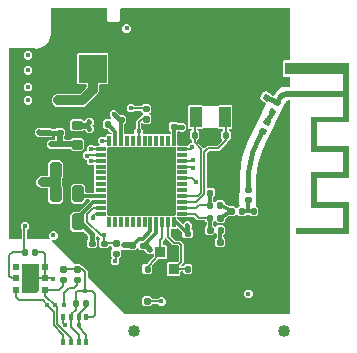
<source format=gbr>
G04 EAGLE Gerber RS-274X export*
G75*
%MOMM*%
%FSLAX34Y34*%
%LPD*%
%INTop Copper*%
%IPPOS*%
%AMOC8*
5,1,8,0,0,1.08239X$1,22.5*%
G01*
%ADD10R,0.850000X0.300000*%
%ADD11R,0.300000X0.850000*%
%ADD12R,5.250000X5.250000*%
%ADD13C,0.280800*%
%ADD14C,0.500000*%
%ADD15C,0.402900*%
%ADD16R,1.000000X1.800000*%
%ADD17R,0.850000X0.950000*%
%ADD18C,0.270000*%
%ADD19R,0.500000X0.900000*%
%ADD20R,0.500000X0.500000*%
%ADD21R,2.368000X2.403600*%
%ADD22R,1.450000X2.400000*%
%ADD23R,0.350000X0.500000*%
%ADD24C,1.016000*%
%ADD25C,0.152400*%
%ADD26C,0.450000*%
%ADD27C,0.304800*%
%ADD28C,0.457200*%
%ADD29C,0.508000*%
%ADD30C,0.406400*%
%ADD31C,0.503200*%
%ADD32C,0.812800*%
%ADD33C,0.254000*%
%ADD34C,0.431800*%
%ADD35C,0.330200*%
%ADD36C,0.453200*%
%ADD37C,0.203200*%
%ADD38C,0.200000*%

G36*
X240177Y30992D02*
X240177Y30992D01*
X240196Y30990D01*
X240298Y31012D01*
X240400Y31029D01*
X240417Y31038D01*
X240437Y31042D01*
X240526Y31095D01*
X240617Y31144D01*
X240631Y31158D01*
X240648Y31168D01*
X240715Y31247D01*
X240787Y31322D01*
X240795Y31340D01*
X240808Y31355D01*
X240847Y31451D01*
X240890Y31545D01*
X240892Y31565D01*
X240900Y31583D01*
X240918Y31750D01*
X240918Y211330D01*
X240903Y211424D01*
X240894Y211519D01*
X240883Y211545D01*
X240879Y211573D01*
X240834Y211657D01*
X240796Y211744D01*
X240777Y211765D01*
X240763Y211790D01*
X240695Y211856D01*
X240630Y211926D01*
X240606Y211940D01*
X240585Y211960D01*
X240499Y212000D01*
X240416Y212046D01*
X240388Y212051D01*
X240362Y212063D01*
X240267Y212074D01*
X240174Y212091D01*
X240138Y212088D01*
X240118Y212090D01*
X240085Y212084D01*
X240007Y212077D01*
X239364Y211947D01*
X239304Y211924D01*
X239241Y211911D01*
X239165Y211872D01*
X239134Y211860D01*
X239120Y211849D01*
X239092Y211834D01*
X237989Y211099D01*
X237942Y211055D01*
X237889Y211019D01*
X237833Y210954D01*
X237809Y210931D01*
X237800Y210915D01*
X237780Y210891D01*
X237406Y210337D01*
X237395Y210312D01*
X237394Y210311D01*
X237391Y210305D01*
X237358Y210254D01*
X237356Y210250D01*
X237355Y210249D01*
X237355Y210248D01*
X236980Y209499D01*
X219595Y174730D01*
X219590Y174712D01*
X219575Y174686D01*
X217335Y169401D01*
X217328Y169373D01*
X217307Y169322D01*
X214002Y158311D01*
X213998Y158279D01*
X213978Y158203D01*
X212308Y146829D01*
X212309Y146800D01*
X212301Y146746D01*
X212091Y140998D01*
X212093Y140987D01*
X212091Y140970D01*
X212091Y123934D01*
X211964Y123807D01*
X211923Y123749D01*
X211873Y123697D01*
X211851Y123650D01*
X211821Y123608D01*
X211800Y123539D01*
X211769Y123474D01*
X211764Y123422D01*
X211748Y123372D01*
X211750Y123301D01*
X211742Y123230D01*
X211753Y123179D01*
X211755Y123127D01*
X211779Y123059D01*
X211795Y122989D01*
X211821Y122944D01*
X211839Y122896D01*
X211884Y122840D01*
X211921Y122778D01*
X211960Y122744D01*
X211993Y122704D01*
X212053Y122665D01*
X212108Y122618D01*
X212156Y122599D01*
X212200Y122571D01*
X212269Y122553D01*
X212336Y122526D01*
X212407Y122518D01*
X212438Y122510D01*
X212462Y122512D01*
X212490Y122509D01*
X214027Y120973D01*
X214027Y115501D01*
X212492Y113966D01*
X207620Y113966D01*
X206494Y115092D01*
X206420Y115145D01*
X206351Y115205D01*
X206321Y115217D01*
X206295Y115236D01*
X206208Y115263D01*
X206123Y115297D01*
X206082Y115301D01*
X206060Y115308D01*
X206027Y115307D01*
X205956Y115315D01*
X204381Y115315D01*
X204291Y115301D01*
X204200Y115293D01*
X204170Y115281D01*
X204138Y115276D01*
X204057Y115233D01*
X203974Y115197D01*
X203941Y115171D01*
X203921Y115160D01*
X203899Y115137D01*
X203843Y115092D01*
X202590Y113839D01*
X197718Y113839D01*
X196372Y115185D01*
X196356Y115197D01*
X196344Y115213D01*
X196256Y115269D01*
X196173Y115329D01*
X196154Y115335D01*
X196137Y115346D01*
X196036Y115371D01*
X195937Y115401D01*
X195918Y115401D01*
X195898Y115406D01*
X195795Y115398D01*
X195692Y115395D01*
X195673Y115388D01*
X195653Y115387D01*
X195558Y115346D01*
X195461Y115311D01*
X195445Y115298D01*
X195427Y115290D01*
X195296Y115185D01*
X193950Y113839D01*
X189716Y113839D01*
X189612Y113822D01*
X189507Y113810D01*
X189487Y113802D01*
X189473Y113800D01*
X189446Y113785D01*
X189352Y113746D01*
X186106Y111975D01*
X186046Y111928D01*
X185980Y111889D01*
X185949Y111853D01*
X185912Y111824D01*
X185870Y111760D01*
X185820Y111702D01*
X185803Y111658D01*
X185777Y111619D01*
X185757Y111545D01*
X185728Y111474D01*
X185721Y111411D01*
X185713Y111381D01*
X185715Y111355D01*
X185710Y111307D01*
X185710Y110040D01*
X184175Y108505D01*
X179303Y108505D01*
X177957Y109851D01*
X177941Y109863D01*
X177929Y109879D01*
X177841Y109935D01*
X177758Y109995D01*
X177739Y110001D01*
X177722Y110012D01*
X177621Y110037D01*
X177522Y110067D01*
X177503Y110067D01*
X177483Y110072D01*
X177380Y110064D01*
X177277Y110061D01*
X177258Y110054D01*
X177238Y110053D01*
X177143Y110012D01*
X177046Y109977D01*
X177030Y109964D01*
X177012Y109956D01*
X176881Y109851D01*
X176244Y109214D01*
X176191Y109141D01*
X176131Y109071D01*
X176119Y109041D01*
X176100Y109015D01*
X176073Y108928D01*
X176039Y108843D01*
X176035Y108802D01*
X176028Y108780D01*
X176029Y108747D01*
X176021Y108676D01*
X176021Y106589D01*
X176035Y106499D01*
X176043Y106408D01*
X176055Y106378D01*
X176060Y106346D01*
X176103Y106265D01*
X176139Y106182D01*
X176165Y106149D01*
X176176Y106129D01*
X176199Y106107D01*
X176244Y106051D01*
X177008Y105287D01*
X177024Y105275D01*
X177036Y105259D01*
X177124Y105203D01*
X177207Y105143D01*
X177226Y105137D01*
X177243Y105126D01*
X177344Y105101D01*
X177443Y105071D01*
X177462Y105071D01*
X177482Y105066D01*
X177585Y105074D01*
X177688Y105077D01*
X177707Y105084D01*
X177727Y105085D01*
X177822Y105126D01*
X177919Y105161D01*
X177935Y105174D01*
X177953Y105182D01*
X178084Y105287D01*
X179430Y106633D01*
X184302Y106633D01*
X185837Y105098D01*
X185837Y99626D01*
X184884Y98673D01*
X184831Y98599D01*
X184771Y98530D01*
X184759Y98500D01*
X184740Y98474D01*
X184713Y98387D01*
X184679Y98302D01*
X184675Y98261D01*
X184668Y98239D01*
X184669Y98206D01*
X184661Y98135D01*
X184661Y96048D01*
X184675Y95958D01*
X184683Y95867D01*
X184695Y95837D01*
X184700Y95805D01*
X184743Y95724D01*
X184779Y95640D01*
X184805Y95608D01*
X184816Y95588D01*
X184839Y95566D01*
X184884Y95510D01*
X185710Y94684D01*
X185710Y89212D01*
X184175Y87677D01*
X179303Y87677D01*
X177768Y89212D01*
X177768Y94684D01*
X178848Y95764D01*
X178901Y95838D01*
X178961Y95907D01*
X178973Y95937D01*
X178992Y95963D01*
X179019Y96050D01*
X179053Y96135D01*
X179057Y96176D01*
X179064Y96198D01*
X179063Y96231D01*
X179071Y96302D01*
X179071Y98135D01*
X179057Y98225D01*
X179049Y98316D01*
X179037Y98346D01*
X179032Y98378D01*
X178989Y98459D01*
X178953Y98542D01*
X178927Y98575D01*
X178916Y98595D01*
X178893Y98617D01*
X178848Y98673D01*
X178084Y99437D01*
X178068Y99449D01*
X178056Y99465D01*
X177968Y99521D01*
X177885Y99581D01*
X177866Y99587D01*
X177849Y99598D01*
X177748Y99623D01*
X177649Y99653D01*
X177630Y99653D01*
X177610Y99658D01*
X177507Y99650D01*
X177404Y99647D01*
X177385Y99640D01*
X177365Y99639D01*
X177270Y99598D01*
X177173Y99563D01*
X177157Y99550D01*
X177139Y99542D01*
X177008Y99437D01*
X175662Y98091D01*
X170790Y98091D01*
X169255Y99626D01*
X169255Y105098D01*
X170208Y106051D01*
X170261Y106125D01*
X170321Y106194D01*
X170333Y106224D01*
X170352Y106250D01*
X170379Y106337D01*
X170413Y106422D01*
X170417Y106463D01*
X170424Y106485D01*
X170423Y106518D01*
X170431Y106589D01*
X170431Y108422D01*
X170417Y108512D01*
X170409Y108603D01*
X170397Y108633D01*
X170392Y108665D01*
X170349Y108746D01*
X170313Y108830D01*
X170287Y108862D01*
X170276Y108882D01*
X170253Y108904D01*
X170208Y108960D01*
X168905Y110263D01*
X168860Y110296D01*
X168795Y110358D01*
X168777Y110366D01*
X168762Y110379D01*
X168723Y110395D01*
X168706Y110407D01*
X168655Y110422D01*
X168572Y110461D01*
X168552Y110463D01*
X168534Y110471D01*
X168478Y110477D01*
X168470Y110479D01*
X168459Y110479D01*
X168367Y110489D01*
X162629Y110489D01*
X159618Y113500D01*
X159544Y113553D01*
X159474Y113613D01*
X159444Y113625D01*
X159418Y113644D01*
X159331Y113671D01*
X159246Y113705D01*
X159205Y113709D01*
X159183Y113716D01*
X159151Y113715D01*
X159079Y113723D01*
X155392Y113723D01*
X155302Y113709D01*
X155211Y113701D01*
X155181Y113689D01*
X155149Y113684D01*
X155068Y113641D01*
X154984Y113605D01*
X154952Y113579D01*
X154932Y113568D01*
X154909Y113545D01*
X154853Y113500D01*
X154592Y113239D01*
X146348Y113239D01*
X146328Y113236D01*
X146309Y113238D01*
X146207Y113216D01*
X146105Y113200D01*
X146088Y113190D01*
X146068Y113186D01*
X145979Y113133D01*
X145888Y113084D01*
X145874Y113070D01*
X145857Y113060D01*
X145790Y112981D01*
X145718Y112906D01*
X145710Y112888D01*
X145697Y112873D01*
X145658Y112777D01*
X145615Y112683D01*
X145613Y112663D01*
X145605Y112645D01*
X145587Y112478D01*
X145587Y112409D01*
X145601Y112319D01*
X145609Y112228D01*
X145621Y112198D01*
X145626Y112166D01*
X145669Y112086D01*
X145705Y112002D01*
X145731Y111970D01*
X145742Y111949D01*
X145765Y111927D01*
X145810Y111871D01*
X149853Y107827D01*
X149870Y107815D01*
X149882Y107800D01*
X149969Y107744D01*
X150053Y107683D01*
X150072Y107678D01*
X150089Y107667D01*
X150189Y107641D01*
X150288Y107611D01*
X150308Y107612D01*
X150327Y107607D01*
X150430Y107615D01*
X150534Y107617D01*
X150553Y107624D01*
X150573Y107626D01*
X150668Y107666D01*
X150765Y107702D01*
X150781Y107714D01*
X150799Y107722D01*
X150930Y107827D01*
X152705Y109602D01*
X155651Y109602D01*
X157735Y107518D01*
X157735Y104572D01*
X157704Y104541D01*
X157651Y104467D01*
X157591Y104397D01*
X157579Y104367D01*
X157560Y104341D01*
X157533Y104254D01*
X157499Y104169D01*
X157495Y104128D01*
X157488Y104106D01*
X157489Y104074D01*
X157481Y104002D01*
X157481Y103237D01*
X157495Y103147D01*
X157503Y103056D01*
X157515Y103026D01*
X157520Y102994D01*
X157563Y102914D01*
X157599Y102830D01*
X157625Y102798D01*
X157636Y102777D01*
X157659Y102755D01*
X157704Y102699D01*
X158449Y101954D01*
X158449Y97146D01*
X156882Y95579D01*
X151474Y95579D01*
X149907Y97146D01*
X149907Y99553D01*
X149893Y99643D01*
X149885Y99734D01*
X149873Y99764D01*
X149868Y99796D01*
X149825Y99876D01*
X149789Y99960D01*
X149763Y99993D01*
X149752Y100013D01*
X149729Y100035D01*
X149684Y100091D01*
X146103Y103673D01*
X146086Y103685D01*
X146074Y103700D01*
X145987Y103756D01*
X145903Y103817D01*
X145884Y103822D01*
X145867Y103833D01*
X145767Y103858D01*
X145668Y103889D01*
X145648Y103888D01*
X145629Y103893D01*
X145526Y103885D01*
X145422Y103883D01*
X145403Y103876D01*
X145383Y103874D01*
X145288Y103834D01*
X145191Y103798D01*
X145175Y103786D01*
X145157Y103778D01*
X145026Y103673D01*
X144842Y103489D01*
X140716Y103489D01*
X140696Y103486D01*
X140677Y103488D01*
X140575Y103466D01*
X140473Y103450D01*
X140456Y103440D01*
X140436Y103436D01*
X140347Y103383D01*
X140256Y103334D01*
X140242Y103320D01*
X140225Y103310D01*
X140158Y103231D01*
X140086Y103156D01*
X140078Y103138D01*
X140065Y103123D01*
X140026Y103027D01*
X139983Y102933D01*
X139981Y102913D01*
X139973Y102895D01*
X139955Y102728D01*
X139955Y97296D01*
X139969Y97206D01*
X139977Y97115D01*
X139989Y97086D01*
X139994Y97054D01*
X140037Y96973D01*
X140073Y96889D01*
X140099Y96857D01*
X140110Y96836D01*
X140133Y96814D01*
X140178Y96758D01*
X143367Y93569D01*
X143441Y93516D01*
X143510Y93456D01*
X143541Y93444D01*
X143567Y93425D01*
X143654Y93398D01*
X143739Y93364D01*
X143780Y93360D01*
X143802Y93353D01*
X143834Y93354D01*
X143905Y93346D01*
X147890Y93346D01*
X150971Y90265D01*
X150971Y74771D01*
X149557Y73357D01*
X148869Y72670D01*
X148827Y72611D01*
X148778Y72559D01*
X148756Y72512D01*
X148726Y72470D01*
X148705Y72401D01*
X148674Y72336D01*
X148669Y72284D01*
X148653Y72235D01*
X148655Y72163D01*
X148647Y72091D01*
X148658Y72041D01*
X148660Y71989D01*
X148684Y71921D01*
X148700Y71851D01*
X148726Y71807D01*
X148744Y71758D01*
X148789Y71702D01*
X148826Y71640D01*
X148866Y71606D01*
X148898Y71566D01*
X148958Y71527D01*
X149013Y71480D01*
X149061Y71461D01*
X149105Y71433D01*
X149175Y71415D01*
X149241Y71388D01*
X149312Y71381D01*
X149343Y71373D01*
X149367Y71375D01*
X149408Y71370D01*
X149699Y71370D01*
X149718Y71373D01*
X149737Y71371D01*
X149839Y71393D01*
X149941Y71410D01*
X149959Y71419D01*
X149978Y71424D01*
X150067Y71477D01*
X150159Y71525D01*
X150172Y71540D01*
X150189Y71550D01*
X150256Y71629D01*
X150328Y71704D01*
X150336Y71722D01*
X150349Y71737D01*
X150388Y71833D01*
X150431Y71927D01*
X150433Y71947D01*
X150441Y71965D01*
X150453Y72071D01*
X151994Y73613D01*
X156866Y73613D01*
X158401Y72078D01*
X158401Y66606D01*
X156866Y65071D01*
X151994Y65071D01*
X150452Y66614D01*
X150436Y66685D01*
X150420Y66786D01*
X150410Y66804D01*
X150406Y66824D01*
X150353Y66913D01*
X150304Y67004D01*
X150290Y67018D01*
X150279Y67035D01*
X150201Y67102D01*
X150126Y67173D01*
X150108Y67182D01*
X150092Y67195D01*
X149996Y67233D01*
X149903Y67277D01*
X149883Y67279D01*
X149864Y67287D01*
X149697Y67305D01*
X148937Y67304D01*
X148918Y67301D01*
X148899Y67303D01*
X148797Y67281D01*
X148695Y67264D01*
X148677Y67255D01*
X148658Y67251D01*
X148569Y67197D01*
X148477Y67149D01*
X148464Y67135D01*
X148447Y67125D01*
X148380Y67046D01*
X148308Y66970D01*
X148300Y66953D01*
X148287Y66938D01*
X148248Y66841D01*
X148205Y66747D01*
X148203Y66728D01*
X148195Y66710D01*
X148177Y66543D01*
X148177Y64055D01*
X147432Y63310D01*
X137880Y63310D01*
X137135Y64055D01*
X137135Y74607D01*
X137880Y75352D01*
X145487Y75352D01*
X145577Y75366D01*
X145668Y75374D01*
X145698Y75386D01*
X145729Y75391D01*
X145810Y75434D01*
X145894Y75470D01*
X145926Y75496D01*
X145947Y75507D01*
X145969Y75530D01*
X146025Y75575D01*
X146682Y76232D01*
X146736Y76306D01*
X146795Y76375D01*
X146807Y76406D01*
X146826Y76432D01*
X146853Y76519D01*
X146887Y76604D01*
X146891Y76645D01*
X146898Y76667D01*
X146897Y76699D01*
X146905Y76770D01*
X146905Y88265D01*
X146891Y88355D01*
X146883Y88446D01*
X146871Y88476D01*
X146866Y88508D01*
X146823Y88589D01*
X146787Y88673D01*
X146761Y88705D01*
X146750Y88725D01*
X146727Y88748D01*
X146682Y88804D01*
X146429Y89057D01*
X146355Y89110D01*
X146285Y89170D01*
X146255Y89182D01*
X146229Y89201D01*
X146142Y89228D01*
X146057Y89262D01*
X146016Y89266D01*
X145994Y89273D01*
X145962Y89272D01*
X145890Y89280D01*
X141906Y89280D01*
X137303Y93883D01*
X136148Y95038D01*
X136090Y95080D01*
X136038Y95129D01*
X135991Y95151D01*
X135949Y95182D01*
X135880Y95203D01*
X135815Y95233D01*
X135763Y95239D01*
X135713Y95254D01*
X135642Y95252D01*
X135571Y95260D01*
X135520Y95249D01*
X135468Y95248D01*
X135400Y95223D01*
X135330Y95208D01*
X135285Y95181D01*
X135237Y95163D01*
X135181Y95118D01*
X135119Y95082D01*
X135085Y95042D01*
X135045Y95009D01*
X135006Y94949D01*
X134959Y94895D01*
X134940Y94846D01*
X134912Y94802D01*
X134894Y94733D01*
X134867Y94666D01*
X134866Y94653D01*
X133412Y93199D01*
X133359Y93125D01*
X133299Y93056D01*
X133287Y93025D01*
X133268Y92999D01*
X133241Y92912D01*
X133228Y92879D01*
X133217Y92855D01*
X133216Y92850D01*
X133207Y92827D01*
X133203Y92786D01*
X133196Y92764D01*
X133197Y92732D01*
X133189Y92661D01*
X133189Y90613D01*
X133192Y90593D01*
X133190Y90574D01*
X133212Y90472D01*
X133228Y90370D01*
X133238Y90353D01*
X133242Y90333D01*
X133295Y90244D01*
X133344Y90153D01*
X133358Y90139D01*
X133368Y90122D01*
X133447Y90055D01*
X133522Y89983D01*
X133540Y89975D01*
X133555Y89962D01*
X133651Y89923D01*
X133745Y89880D01*
X133765Y89878D01*
X133783Y89870D01*
X133950Y89852D01*
X135932Y89852D01*
X136677Y89107D01*
X136677Y78555D01*
X135932Y77810D01*
X129397Y77810D01*
X129383Y77808D01*
X129369Y77810D01*
X129262Y77788D01*
X129154Y77771D01*
X129141Y77764D01*
X129128Y77761D01*
X129033Y77706D01*
X128937Y77655D01*
X128927Y77645D01*
X128915Y77638D01*
X128797Y77518D01*
X124149Y71579D01*
X124128Y71539D01*
X124098Y71504D01*
X124069Y71432D01*
X124031Y71363D01*
X124023Y71318D01*
X124006Y71276D01*
X123991Y71138D01*
X123988Y71121D01*
X123988Y71116D01*
X123988Y71109D01*
X123988Y66860D01*
X122453Y65325D01*
X117581Y65325D01*
X116046Y66860D01*
X116046Y72332D01*
X117581Y73867D01*
X120407Y73867D01*
X120421Y73869D01*
X120435Y73867D01*
X120542Y73889D01*
X120650Y73906D01*
X120662Y73913D01*
X120676Y73916D01*
X120771Y73971D01*
X120867Y74022D01*
X120877Y74032D01*
X120889Y74039D01*
X121006Y74159D01*
X125474Y79868D01*
X125495Y79907D01*
X125525Y79942D01*
X125554Y80015D01*
X125592Y80083D01*
X125600Y80128D01*
X125617Y80170D01*
X125632Y80308D01*
X125635Y80325D01*
X125635Y80330D01*
X125635Y80337D01*
X125635Y81451D01*
X125624Y81522D01*
X125622Y81594D01*
X125604Y81643D01*
X125596Y81694D01*
X125562Y81757D01*
X125537Y81825D01*
X125505Y81865D01*
X125480Y81911D01*
X125429Y81961D01*
X125384Y82017D01*
X125340Y82045D01*
X125302Y82081D01*
X125237Y82111D01*
X125177Y82150D01*
X125126Y82162D01*
X125079Y82184D01*
X125008Y82192D01*
X124938Y82210D01*
X124886Y82206D01*
X124835Y82211D01*
X124764Y82196D01*
X124693Y82191D01*
X124645Y82170D01*
X124594Y82159D01*
X124533Y82122D01*
X124467Y82094D01*
X124411Y82050D01*
X124383Y82033D01*
X124368Y82015D01*
X124336Y81990D01*
X124143Y81797D01*
X120986Y81797D01*
X117586Y85196D01*
X117512Y85249D01*
X117443Y85309D01*
X117412Y85321D01*
X117386Y85340D01*
X117299Y85367D01*
X117214Y85401D01*
X117173Y85405D01*
X117151Y85412D01*
X117119Y85411D01*
X117048Y85419D01*
X113882Y85419D01*
X112298Y87003D01*
X112282Y87015D01*
X112270Y87030D01*
X112182Y87086D01*
X112099Y87147D01*
X112080Y87152D01*
X112063Y87163D01*
X111962Y87189D01*
X111863Y87219D01*
X111844Y87218D01*
X111824Y87223D01*
X111721Y87215D01*
X111618Y87213D01*
X111599Y87206D01*
X111579Y87204D01*
X111484Y87164D01*
X111387Y87128D01*
X111371Y87116D01*
X111353Y87108D01*
X111222Y87003D01*
X109638Y85419D01*
X104208Y85419D01*
X104150Y85469D01*
X104119Y85481D01*
X104093Y85500D01*
X104006Y85527D01*
X103921Y85561D01*
X103881Y85565D01*
X103858Y85572D01*
X103826Y85571D01*
X103755Y85579D01*
X98377Y85579D01*
X98357Y85576D01*
X98338Y85578D01*
X98236Y85556D01*
X98134Y85540D01*
X98117Y85530D01*
X98097Y85526D01*
X98008Y85473D01*
X97917Y85424D01*
X97903Y85410D01*
X97886Y85400D01*
X97819Y85321D01*
X97747Y85246D01*
X97739Y85228D01*
X97726Y85213D01*
X97687Y85117D01*
X97644Y85023D01*
X97642Y85003D01*
X97634Y84985D01*
X97616Y84818D01*
X97616Y80291D01*
X96156Y78832D01*
X96145Y78816D01*
X96129Y78803D01*
X96073Y78716D01*
X96013Y78632D01*
X96007Y78613D01*
X95996Y78596D01*
X95971Y78496D01*
X95941Y78397D01*
X95941Y78377D01*
X95936Y78358D01*
X95944Y78255D01*
X95947Y78151D01*
X95954Y78132D01*
X95955Y78113D01*
X95996Y78018D01*
X96031Y77920D01*
X96044Y77904D01*
X96052Y77886D01*
X96156Y77755D01*
X96247Y77665D01*
X96247Y74735D01*
X94175Y72663D01*
X91245Y72663D01*
X89173Y74735D01*
X89173Y77665D01*
X89899Y78390D01*
X89910Y78406D01*
X89926Y78419D01*
X89982Y78506D01*
X90042Y78590D01*
X90048Y78609D01*
X90059Y78626D01*
X90084Y78726D01*
X90114Y78825D01*
X90114Y78845D01*
X90119Y78864D01*
X90111Y78967D01*
X90108Y79071D01*
X90101Y79090D01*
X90100Y79110D01*
X90059Y79204D01*
X90024Y79302D01*
X90011Y79318D01*
X90003Y79336D01*
X89928Y79430D01*
X89923Y79438D01*
X89917Y79443D01*
X89899Y79467D01*
X89074Y80291D01*
X89074Y85099D01*
X90432Y86457D01*
X90444Y86473D01*
X90459Y86485D01*
X90515Y86573D01*
X90576Y86656D01*
X90581Y86675D01*
X90592Y86692D01*
X90618Y86793D01*
X90648Y86892D01*
X90647Y86911D01*
X90652Y86931D01*
X90644Y87034D01*
X90642Y87137D01*
X90635Y87156D01*
X90633Y87176D01*
X90593Y87271D01*
X90557Y87368D01*
X90545Y87384D01*
X90537Y87402D01*
X90432Y87533D01*
X89057Y88908D01*
X89041Y88920D01*
X89029Y88935D01*
X88941Y88991D01*
X88858Y89052D01*
X88839Y89057D01*
X88822Y89068D01*
X88721Y89094D01*
X88622Y89124D01*
X88603Y89123D01*
X88583Y89128D01*
X88480Y89120D01*
X88377Y89118D01*
X88358Y89111D01*
X88338Y89109D01*
X88243Y89069D01*
X88146Y89033D01*
X88130Y89021D01*
X88112Y89013D01*
X87981Y88908D01*
X86270Y87197D01*
X80862Y87197D01*
X79295Y88764D01*
X79295Y93572D01*
X80167Y94444D01*
X80179Y94460D01*
X80194Y94472D01*
X80250Y94560D01*
X80311Y94643D01*
X80316Y94662D01*
X80327Y94679D01*
X80353Y94780D01*
X80383Y94878D01*
X80382Y94898D01*
X80387Y94918D01*
X80379Y95021D01*
X80377Y95124D01*
X80370Y95143D01*
X80368Y95163D01*
X80328Y95258D01*
X80292Y95355D01*
X80280Y95371D01*
X80272Y95389D01*
X80167Y95520D01*
X78643Y97044D01*
X78516Y97171D01*
X78458Y97213D01*
X78406Y97262D01*
X78359Y97284D01*
X78317Y97315D01*
X78248Y97336D01*
X78183Y97366D01*
X78131Y97372D01*
X78082Y97387D01*
X78010Y97385D01*
X77939Y97393D01*
X77888Y97382D01*
X77836Y97381D01*
X77768Y97356D01*
X77698Y97341D01*
X77653Y97314D01*
X77605Y97296D01*
X77549Y97251D01*
X77487Y97215D01*
X77453Y97175D01*
X77413Y97142D01*
X77374Y97082D01*
X77327Y97028D01*
X77308Y96979D01*
X77280Y96936D01*
X77262Y96866D01*
X77250Y96835D01*
X77200Y96777D01*
X77188Y96747D01*
X77169Y96721D01*
X77142Y96634D01*
X77108Y96549D01*
X77104Y96508D01*
X77097Y96486D01*
X77098Y96454D01*
X77090Y96382D01*
X77090Y94474D01*
X77104Y94384D01*
X77112Y94293D01*
X77124Y94263D01*
X77129Y94231D01*
X77172Y94151D01*
X77208Y94067D01*
X77234Y94035D01*
X77245Y94014D01*
X77268Y93992D01*
X77313Y93936D01*
X77677Y93572D01*
X77677Y88764D01*
X76110Y87197D01*
X70702Y87197D01*
X69135Y88764D01*
X69135Y93572D01*
X70007Y94444D01*
X70060Y94518D01*
X70120Y94587D01*
X70132Y94618D01*
X70151Y94644D01*
X70178Y94731D01*
X70212Y94816D01*
X70216Y94856D01*
X70223Y94879D01*
X70222Y94911D01*
X70230Y94982D01*
X70230Y96382D01*
X70216Y96473D01*
X70208Y96563D01*
X70196Y96593D01*
X70191Y96625D01*
X70148Y96706D01*
X70112Y96790D01*
X70103Y96801D01*
X70103Y96943D01*
X70089Y97033D01*
X70081Y97124D01*
X70069Y97154D01*
X70064Y97186D01*
X70021Y97266D01*
X69985Y97350D01*
X69959Y97382D01*
X69948Y97403D01*
X69925Y97425D01*
X69880Y97481D01*
X68906Y98455D01*
X68832Y98508D01*
X68763Y98568D01*
X68733Y98580D01*
X68707Y98599D01*
X68620Y98626D01*
X68535Y98660D01*
X68521Y98661D01*
X66319Y100863D01*
X66302Y100875D01*
X66290Y100891D01*
X66203Y100947D01*
X66119Y101007D01*
X66100Y101013D01*
X66083Y101024D01*
X65983Y101049D01*
X65884Y101079D01*
X65864Y101079D01*
X65845Y101084D01*
X65742Y101076D01*
X65638Y101073D01*
X65619Y101066D01*
X65599Y101065D01*
X65504Y101024D01*
X65407Y100989D01*
X65391Y100976D01*
X65373Y100968D01*
X65242Y100863D01*
X65228Y100849D01*
X57104Y100849D01*
X54895Y103058D01*
X54895Y115382D01*
X57104Y117591D01*
X61761Y117591D01*
X61851Y117605D01*
X61942Y117613D01*
X61972Y117625D01*
X62004Y117630D01*
X62085Y117673D01*
X62168Y117709D01*
X62201Y117735D01*
X62221Y117746D01*
X62243Y117769D01*
X62299Y117814D01*
X71401Y126916D01*
X71443Y126974D01*
X71493Y127026D01*
X71515Y127073D01*
X71545Y127115D01*
X71566Y127184D01*
X71596Y127249D01*
X71602Y127301D01*
X71617Y127351D01*
X71615Y127422D01*
X71623Y127493D01*
X71612Y127544D01*
X71611Y127596D01*
X71586Y127664D01*
X71571Y127734D01*
X71544Y127778D01*
X71526Y127827D01*
X71482Y127883D01*
X71445Y127945D01*
X71405Y127979D01*
X71373Y128019D01*
X71312Y128058D01*
X71258Y128105D01*
X71210Y128124D01*
X71166Y128152D01*
X71096Y128170D01*
X71030Y128197D01*
X70958Y128205D01*
X70927Y128213D01*
X70904Y128211D01*
X70863Y128215D01*
X68452Y128215D01*
X68432Y128212D01*
X68413Y128214D01*
X68311Y128192D01*
X68209Y128176D01*
X68192Y128166D01*
X68172Y128162D01*
X68083Y128109D01*
X67992Y128060D01*
X67978Y128046D01*
X67961Y128036D01*
X67894Y127957D01*
X67822Y127882D01*
X67814Y127864D01*
X67801Y127849D01*
X67762Y127753D01*
X67719Y127659D01*
X67717Y127639D01*
X67709Y127621D01*
X67691Y127454D01*
X67691Y126680D01*
X65482Y124471D01*
X57358Y124471D01*
X55149Y126680D01*
X55149Y139004D01*
X57358Y141213D01*
X65482Y141213D01*
X67691Y139004D01*
X67691Y134566D01*
X67694Y134546D01*
X67692Y134527D01*
X67714Y134425D01*
X67730Y134323D01*
X67740Y134306D01*
X67744Y134286D01*
X67797Y134197D01*
X67846Y134106D01*
X67860Y134092D01*
X67870Y134075D01*
X67949Y134008D01*
X68024Y133936D01*
X68042Y133928D01*
X68057Y133915D01*
X68153Y133876D01*
X68247Y133833D01*
X68267Y133831D01*
X68285Y133823D01*
X68452Y133805D01*
X74534Y133805D01*
X74554Y133808D01*
X74573Y133806D01*
X74675Y133828D01*
X74777Y133844D01*
X74794Y133854D01*
X74814Y133858D01*
X74903Y133911D01*
X74994Y133960D01*
X75008Y133974D01*
X75025Y133984D01*
X75092Y134063D01*
X75164Y134138D01*
X75172Y134156D01*
X75185Y134171D01*
X75224Y134267D01*
X75267Y134361D01*
X75269Y134381D01*
X75277Y134399D01*
X75295Y134566D01*
X75295Y138059D01*
X75314Y138088D01*
X75374Y138171D01*
X75380Y138190D01*
X75391Y138207D01*
X75416Y138308D01*
X75447Y138407D01*
X75446Y138427D01*
X75451Y138446D01*
X75443Y138549D01*
X75440Y138652D01*
X75433Y138671D01*
X75432Y138691D01*
X75391Y138786D01*
X75356Y138883D01*
X75343Y138899D01*
X75335Y138917D01*
X75295Y138968D01*
X75295Y143059D01*
X75314Y143088D01*
X75374Y143171D01*
X75380Y143190D01*
X75391Y143207D01*
X75416Y143308D01*
X75447Y143407D01*
X75446Y143427D01*
X75451Y143446D01*
X75443Y143549D01*
X75440Y143652D01*
X75433Y143671D01*
X75432Y143691D01*
X75391Y143786D01*
X75356Y143883D01*
X75343Y143899D01*
X75335Y143917D01*
X75295Y143968D01*
X75295Y148059D01*
X75314Y148088D01*
X75374Y148171D01*
X75380Y148190D01*
X75391Y148207D01*
X75416Y148308D01*
X75447Y148407D01*
X75446Y148427D01*
X75451Y148446D01*
X75443Y148549D01*
X75440Y148652D01*
X75433Y148671D01*
X75432Y148691D01*
X75391Y148786D01*
X75356Y148883D01*
X75343Y148899D01*
X75335Y148917D01*
X75295Y148968D01*
X75295Y153059D01*
X75314Y153088D01*
X75374Y153171D01*
X75380Y153190D01*
X75391Y153207D01*
X75416Y153308D01*
X75447Y153407D01*
X75446Y153427D01*
X75451Y153446D01*
X75443Y153549D01*
X75440Y153652D01*
X75433Y153671D01*
X75432Y153691D01*
X75391Y153786D01*
X75356Y153883D01*
X75343Y153899D01*
X75335Y153917D01*
X75295Y153968D01*
X75295Y156616D01*
X75293Y156627D01*
X75294Y156634D01*
X75286Y156670D01*
X75284Y156687D01*
X75282Y156759D01*
X75264Y156808D01*
X75256Y156859D01*
X75222Y156922D01*
X75197Y156990D01*
X75165Y157031D01*
X75140Y157077D01*
X75089Y157126D01*
X75044Y157182D01*
X75000Y157210D01*
X74962Y157246D01*
X74897Y157276D01*
X74837Y157315D01*
X74786Y157328D01*
X74739Y157350D01*
X74668Y157357D01*
X74598Y157375D01*
X74546Y157371D01*
X74495Y157377D01*
X74424Y157361D01*
X74353Y157356D01*
X74305Y157335D01*
X74254Y157324D01*
X74193Y157288D01*
X74131Y157261D01*
X71186Y157261D01*
X69123Y159324D01*
X69123Y161072D01*
X69120Y161092D01*
X69122Y161111D01*
X69100Y161213D01*
X69084Y161315D01*
X69074Y161332D01*
X69070Y161352D01*
X69017Y161441D01*
X68968Y161532D01*
X68954Y161546D01*
X68944Y161563D01*
X68865Y161630D01*
X68790Y161702D01*
X68772Y161710D01*
X68757Y161723D01*
X68661Y161762D01*
X68567Y161805D01*
X68547Y161807D01*
X68529Y161815D01*
X68362Y161833D01*
X67376Y161833D01*
X65313Y163896D01*
X65313Y166812D01*
X67376Y168875D01*
X68235Y168875D01*
X68255Y168878D01*
X68274Y168876D01*
X68376Y168898D01*
X68478Y168914D01*
X68495Y168924D01*
X68515Y168928D01*
X68604Y168981D01*
X68695Y169030D01*
X68709Y169044D01*
X68726Y169054D01*
X68793Y169133D01*
X68865Y169208D01*
X68873Y169226D01*
X68886Y169241D01*
X68925Y169337D01*
X68968Y169431D01*
X68970Y169451D01*
X68978Y169469D01*
X68996Y169636D01*
X68996Y172273D01*
X71059Y174336D01*
X73975Y174336D01*
X74747Y173564D01*
X74763Y173553D01*
X74775Y173537D01*
X74837Y173498D01*
X74889Y173453D01*
X74918Y173441D01*
X74946Y173421D01*
X74965Y173415D01*
X74982Y173404D01*
X75056Y173386D01*
X75117Y173361D01*
X75154Y173357D01*
X75182Y173348D01*
X75201Y173349D01*
X75221Y173344D01*
X75249Y173346D01*
X75284Y173343D01*
X75286Y173343D01*
X75349Y173353D01*
X75427Y173355D01*
X75446Y173362D01*
X75466Y173363D01*
X75499Y173377D01*
X75529Y173382D01*
X75588Y173413D01*
X75658Y173439D01*
X75674Y173452D01*
X75692Y173460D01*
X75726Y173487D01*
X75746Y173497D01*
X75768Y173520D01*
X75823Y173564D01*
X76040Y173781D01*
X79371Y173781D01*
X79442Y173792D01*
X79514Y173794D01*
X79563Y173812D01*
X79614Y173820D01*
X79677Y173854D01*
X79745Y173879D01*
X79785Y173911D01*
X79832Y173936D01*
X79881Y173988D01*
X79937Y174032D01*
X79965Y174076D01*
X80001Y174114D01*
X80031Y174179D01*
X80070Y174239D01*
X80083Y174290D01*
X80105Y174337D01*
X80112Y174408D01*
X80130Y174478D01*
X80126Y174530D01*
X80132Y174581D01*
X80116Y174652D01*
X80111Y174723D01*
X80090Y174771D01*
X80079Y174822D01*
X80043Y174883D01*
X80014Y174949D01*
X79970Y175005D01*
X79953Y175033D01*
X79935Y175048D01*
X79910Y175080D01*
X78521Y176469D01*
X78521Y179385D01*
X80584Y181448D01*
X83500Y181448D01*
X83746Y181202D01*
X83804Y181160D01*
X83856Y181111D01*
X83903Y181089D01*
X83945Y181059D01*
X84014Y181038D01*
X84079Y181007D01*
X84131Y181002D01*
X84181Y180986D01*
X84252Y180988D01*
X84323Y180980D01*
X84374Y180991D01*
X84426Y180993D01*
X84494Y181017D01*
X84564Y181033D01*
X84609Y181059D01*
X84657Y181077D01*
X84713Y181122D01*
X84775Y181159D01*
X84809Y181198D01*
X84849Y181231D01*
X84888Y181291D01*
X84935Y181346D01*
X84954Y181394D01*
X84982Y181438D01*
X85000Y181507D01*
X85027Y181574D01*
X85035Y181645D01*
X85043Y181676D01*
X85041Y181700D01*
X85045Y181741D01*
X85045Y182786D01*
X85790Y183531D01*
X89172Y183531D01*
X89243Y183542D01*
X89315Y183544D01*
X89364Y183562D01*
X89415Y183570D01*
X89478Y183604D01*
X89546Y183629D01*
X89586Y183661D01*
X89632Y183686D01*
X89682Y183737D01*
X89738Y183782D01*
X89766Y183826D01*
X89802Y183864D01*
X89832Y183929D01*
X89871Y183989D01*
X89883Y184040D01*
X89905Y184087D01*
X89913Y184158D01*
X89931Y184228D01*
X89927Y184280D01*
X89932Y184331D01*
X89917Y184402D01*
X89912Y184473D01*
X89891Y184521D01*
X89880Y184572D01*
X89843Y184633D01*
X89815Y184699D01*
X89770Y184755D01*
X89754Y184783D01*
X89736Y184798D01*
X89710Y184830D01*
X87264Y187276D01*
X87190Y187329D01*
X87121Y187389D01*
X87091Y187401D01*
X87065Y187420D01*
X86978Y187447D01*
X86893Y187481D01*
X86852Y187485D01*
X86830Y187492D01*
X86797Y187491D01*
X86726Y187499D01*
X84319Y187499D01*
X82752Y189066D01*
X82752Y194474D01*
X84319Y196041D01*
X88966Y196041D01*
X89036Y196052D01*
X89108Y196054D01*
X89157Y196072D01*
X89209Y196080D01*
X89272Y196114D01*
X89339Y196139D01*
X89380Y196171D01*
X89426Y196196D01*
X89475Y196248D01*
X89531Y196292D01*
X89559Y196336D01*
X89595Y196374D01*
X89625Y196439D01*
X89664Y196499D01*
X89677Y196550D01*
X89699Y196597D01*
X89707Y196668D01*
X89724Y196738D01*
X89720Y196790D01*
X89726Y196841D01*
X89711Y196912D01*
X89705Y196983D01*
X89685Y197031D01*
X89674Y197082D01*
X89637Y197143D01*
X89609Y197209D01*
X89564Y197265D01*
X89548Y197293D01*
X89530Y197308D01*
X89504Y197340D01*
X88157Y198687D01*
X88157Y201617D01*
X90229Y203689D01*
X93159Y203689D01*
X95249Y201599D01*
X95253Y201547D01*
X95265Y201518D01*
X95270Y201486D01*
X95313Y201405D01*
X95349Y201321D01*
X95375Y201289D01*
X95386Y201268D01*
X95409Y201246D01*
X95454Y201190D01*
X96471Y200173D01*
X96545Y200120D01*
X96614Y200060D01*
X96645Y200048D01*
X96671Y200029D01*
X96758Y200002D01*
X96843Y199968D01*
X96884Y199964D01*
X96906Y199957D01*
X96938Y199958D01*
X97009Y199950D01*
X100494Y199950D01*
X102061Y198383D01*
X102061Y193575D01*
X100808Y192322D01*
X100755Y192248D01*
X100695Y192179D01*
X100683Y192149D01*
X100664Y192122D01*
X100637Y192035D01*
X100603Y191951D01*
X100599Y191910D01*
X100592Y191887D01*
X100593Y191855D01*
X100585Y191784D01*
X100585Y184292D01*
X100588Y184272D01*
X100586Y184253D01*
X100608Y184151D01*
X100624Y184049D01*
X100634Y184032D01*
X100638Y184012D01*
X100691Y183923D01*
X100740Y183832D01*
X100754Y183818D01*
X100764Y183801D01*
X100843Y183734D01*
X100918Y183662D01*
X100936Y183654D01*
X100951Y183641D01*
X101047Y183602D01*
X101141Y183559D01*
X101161Y183557D01*
X101179Y183549D01*
X101346Y183531D01*
X104865Y183531D01*
X104894Y183512D01*
X104977Y183452D01*
X104996Y183446D01*
X105013Y183435D01*
X105114Y183410D01*
X105213Y183379D01*
X105233Y183380D01*
X105252Y183375D01*
X105355Y183383D01*
X105458Y183386D01*
X105477Y183393D01*
X105497Y183394D01*
X105592Y183435D01*
X105689Y183470D01*
X105705Y183483D01*
X105723Y183491D01*
X105774Y183531D01*
X108494Y183531D01*
X108514Y183534D01*
X108533Y183532D01*
X108635Y183554D01*
X108737Y183570D01*
X108754Y183580D01*
X108774Y183584D01*
X108863Y183637D01*
X108954Y183686D01*
X108968Y183700D01*
X108985Y183710D01*
X109052Y183789D01*
X109124Y183864D01*
X109132Y183882D01*
X109145Y183897D01*
X109184Y183993D01*
X109227Y184087D01*
X109229Y184107D01*
X109237Y184125D01*
X109255Y184292D01*
X109255Y187259D01*
X110520Y188524D01*
X110573Y188598D01*
X110633Y188668D01*
X110645Y188698D01*
X110664Y188724D01*
X110691Y188811D01*
X110725Y188896D01*
X110729Y188937D01*
X110736Y188959D01*
X110735Y188991D01*
X110743Y189063D01*
X110743Y194261D01*
X114632Y198150D01*
X114685Y198224D01*
X114745Y198293D01*
X114757Y198324D01*
X114776Y198350D01*
X114803Y198437D01*
X114837Y198522D01*
X114841Y198563D01*
X114848Y198585D01*
X114847Y198617D01*
X114855Y198688D01*
X114855Y198776D01*
X116201Y200122D01*
X116213Y200138D01*
X116229Y200150D01*
X116285Y200238D01*
X116345Y200321D01*
X116351Y200340D01*
X116362Y200357D01*
X116387Y200458D01*
X116417Y200557D01*
X116417Y200576D01*
X116422Y200596D01*
X116414Y200699D01*
X116411Y200802D01*
X116404Y200821D01*
X116403Y200841D01*
X116362Y200936D01*
X116327Y201033D01*
X116314Y201049D01*
X116306Y201067D01*
X116201Y201198D01*
X114835Y202564D01*
X114832Y202579D01*
X114816Y202681D01*
X114806Y202698D01*
X114802Y202718D01*
X114749Y202807D01*
X114700Y202898D01*
X114686Y202912D01*
X114676Y202929D01*
X114597Y202996D01*
X114522Y203068D01*
X114504Y203076D01*
X114489Y203089D01*
X114393Y203128D01*
X114299Y203171D01*
X114279Y203173D01*
X114261Y203181D01*
X114094Y203199D01*
X109180Y203199D01*
X109090Y203185D01*
X108999Y203177D01*
X108969Y203165D01*
X108937Y203160D01*
X108856Y203117D01*
X108772Y203081D01*
X108740Y203055D01*
X108720Y203044D01*
X108697Y203021D01*
X108641Y202976D01*
X107884Y202219D01*
X104968Y202219D01*
X102905Y204282D01*
X102905Y207198D01*
X104968Y209261D01*
X107884Y209261D01*
X109657Y207488D01*
X109731Y207435D01*
X109801Y207375D01*
X109831Y207363D01*
X109857Y207344D01*
X109944Y207317D01*
X110029Y207283D01*
X110070Y207279D01*
X110092Y207272D01*
X110124Y207273D01*
X110196Y207265D01*
X114389Y207265D01*
X114479Y207279D01*
X114570Y207287D01*
X114600Y207299D01*
X114632Y207304D01*
X114713Y207347D01*
X114796Y207383D01*
X114829Y207409D01*
X114849Y207420D01*
X114871Y207443D01*
X114927Y207488D01*
X116390Y208951D01*
X121862Y208951D01*
X123397Y207416D01*
X123397Y202544D01*
X122051Y201198D01*
X122039Y201182D01*
X122023Y201170D01*
X121967Y201082D01*
X121907Y200999D01*
X121901Y200980D01*
X121890Y200963D01*
X121865Y200862D01*
X121835Y200763D01*
X121835Y200744D01*
X121830Y200724D01*
X121838Y200621D01*
X121841Y200518D01*
X121848Y200499D01*
X121849Y200479D01*
X121890Y200384D01*
X121925Y200287D01*
X121938Y200271D01*
X121946Y200253D01*
X122051Y200122D01*
X123397Y198776D01*
X123397Y193904D01*
X121862Y192369D01*
X116390Y192369D01*
X116108Y192651D01*
X116050Y192693D01*
X115998Y192743D01*
X115951Y192765D01*
X115909Y192795D01*
X115840Y192816D01*
X115775Y192846D01*
X115723Y192852D01*
X115673Y192867D01*
X115602Y192866D01*
X115531Y192873D01*
X115480Y192862D01*
X115428Y192861D01*
X115360Y192836D01*
X115290Y192821D01*
X115245Y192794D01*
X115197Y192777D01*
X115141Y192732D01*
X115079Y192695D01*
X115045Y192655D01*
X115005Y192623D01*
X114966Y192563D01*
X114919Y192508D01*
X114900Y192460D01*
X114872Y192416D01*
X114854Y192347D01*
X114827Y192280D01*
X114819Y192209D01*
X114811Y192177D01*
X114813Y192154D01*
X114809Y192113D01*
X114809Y189063D01*
X114823Y188973D01*
X114831Y188882D01*
X114843Y188852D01*
X114848Y188820D01*
X114891Y188739D01*
X114927Y188655D01*
X114953Y188623D01*
X114964Y188603D01*
X114987Y188580D01*
X115032Y188524D01*
X116297Y187259D01*
X116297Y184292D01*
X116300Y184272D01*
X116298Y184253D01*
X116320Y184151D01*
X116336Y184049D01*
X116346Y184032D01*
X116350Y184012D01*
X116403Y183923D01*
X116452Y183832D01*
X116466Y183818D01*
X116476Y183801D01*
X116555Y183734D01*
X116630Y183662D01*
X116648Y183654D01*
X116663Y183641D01*
X116759Y183602D01*
X116853Y183559D01*
X116873Y183557D01*
X116891Y183549D01*
X117058Y183531D01*
X119865Y183531D01*
X119894Y183512D01*
X119977Y183452D01*
X119996Y183446D01*
X120013Y183435D01*
X120114Y183410D01*
X120213Y183379D01*
X120233Y183380D01*
X120252Y183375D01*
X120355Y183383D01*
X120458Y183386D01*
X120477Y183393D01*
X120497Y183394D01*
X120592Y183435D01*
X120689Y183470D01*
X120705Y183483D01*
X120723Y183491D01*
X120774Y183531D01*
X124865Y183531D01*
X124894Y183512D01*
X124977Y183452D01*
X124996Y183446D01*
X125013Y183435D01*
X125114Y183410D01*
X125213Y183379D01*
X125233Y183380D01*
X125252Y183375D01*
X125355Y183383D01*
X125458Y183386D01*
X125477Y183393D01*
X125497Y183394D01*
X125592Y183435D01*
X125689Y183470D01*
X125705Y183483D01*
X125723Y183491D01*
X125774Y183531D01*
X129865Y183531D01*
X129894Y183512D01*
X129977Y183452D01*
X129996Y183446D01*
X130013Y183435D01*
X130114Y183410D01*
X130213Y183379D01*
X130233Y183380D01*
X130252Y183375D01*
X130355Y183383D01*
X130458Y183386D01*
X130477Y183393D01*
X130497Y183394D01*
X130592Y183435D01*
X130689Y183470D01*
X130705Y183483D01*
X130723Y183491D01*
X130774Y183531D01*
X134865Y183531D01*
X134894Y183512D01*
X134977Y183452D01*
X134996Y183446D01*
X135013Y183435D01*
X135114Y183410D01*
X135213Y183379D01*
X135233Y183380D01*
X135252Y183375D01*
X135355Y183383D01*
X135458Y183386D01*
X135477Y183393D01*
X135497Y183394D01*
X135592Y183435D01*
X135689Y183470D01*
X135705Y183483D01*
X135723Y183491D01*
X135774Y183531D01*
X139260Y183531D01*
X139280Y183534D01*
X139299Y183532D01*
X139401Y183554D01*
X139503Y183570D01*
X139520Y183580D01*
X139540Y183584D01*
X139629Y183637D01*
X139720Y183686D01*
X139734Y183700D01*
X139751Y183710D01*
X139818Y183789D01*
X139890Y183864D01*
X139898Y183882D01*
X139911Y183897D01*
X139950Y183993D01*
X139993Y184087D01*
X139995Y184107D01*
X140003Y184125D01*
X140021Y184292D01*
X140021Y185112D01*
X140007Y185202D01*
X139999Y185293D01*
X139987Y185323D01*
X139982Y185355D01*
X139939Y185435D01*
X139903Y185519D01*
X139877Y185551D01*
X139866Y185572D01*
X139843Y185594D01*
X139798Y185650D01*
X138223Y187225D01*
X138223Y192033D01*
X139790Y193600D01*
X145198Y193600D01*
X146042Y192756D01*
X146116Y192703D01*
X146185Y192643D01*
X146215Y192631D01*
X146242Y192612D01*
X146329Y192585D01*
X146413Y192551D01*
X146454Y192547D01*
X146477Y192540D01*
X146509Y192541D01*
X146580Y192533D01*
X147465Y192533D01*
X147555Y192547D01*
X147646Y192555D01*
X147675Y192567D01*
X147707Y192572D01*
X147788Y192615D01*
X147872Y192651D01*
X147904Y192677D01*
X147925Y192688D01*
X147947Y192711D01*
X148003Y192756D01*
X148014Y192767D01*
X150944Y192767D01*
X153016Y190695D01*
X153016Y187765D01*
X150944Y185693D01*
X148014Y185693D01*
X148003Y185704D01*
X147929Y185757D01*
X147860Y185817D01*
X147829Y185829D01*
X147803Y185848D01*
X147716Y185875D01*
X147631Y185909D01*
X147590Y185913D01*
X147568Y185920D01*
X147536Y185919D01*
X147465Y185927D01*
X146372Y185927D01*
X146352Y185924D01*
X146333Y185926D01*
X146231Y185904D01*
X146129Y185888D01*
X146112Y185878D01*
X146092Y185874D01*
X146003Y185821D01*
X145912Y185772D01*
X145898Y185758D01*
X145881Y185748D01*
X145814Y185669D01*
X145742Y185594D01*
X145734Y185576D01*
X145721Y185561D01*
X145682Y185465D01*
X145639Y185371D01*
X145637Y185351D01*
X145629Y185333D01*
X145611Y185166D01*
X145611Y176693D01*
X145605Y176680D01*
X145601Y176639D01*
X145594Y176617D01*
X145595Y176584D01*
X145587Y176513D01*
X145587Y174542D01*
X145590Y174522D01*
X145588Y174503D01*
X145610Y174401D01*
X145626Y174299D01*
X145636Y174282D01*
X145640Y174262D01*
X145693Y174173D01*
X145742Y174082D01*
X145756Y174068D01*
X145766Y174051D01*
X145845Y173984D01*
X145920Y173912D01*
X145938Y173904D01*
X145953Y173891D01*
X146049Y173852D01*
X146143Y173809D01*
X146163Y173807D01*
X146181Y173799D01*
X146348Y173781D01*
X154262Y173781D01*
X154352Y173795D01*
X154443Y173803D01*
X154473Y173815D01*
X154505Y173820D01*
X154586Y173863D01*
X154670Y173899D01*
X154702Y173925D01*
X154722Y173936D01*
X154745Y173959D01*
X154801Y174004D01*
X156657Y175860D01*
X157353Y175860D01*
X157373Y175863D01*
X157392Y175861D01*
X157494Y175883D01*
X157596Y175899D01*
X157613Y175909D01*
X157633Y175913D01*
X157722Y175966D01*
X157813Y176015D01*
X157827Y176029D01*
X157844Y176039D01*
X157911Y176118D01*
X157983Y176193D01*
X157991Y176211D01*
X158004Y176226D01*
X158043Y176322D01*
X158086Y176416D01*
X158088Y176436D01*
X158096Y176454D01*
X158114Y176621D01*
X158114Y177560D01*
X158100Y177650D01*
X158092Y177741D01*
X158080Y177771D01*
X158075Y177803D01*
X158032Y177883D01*
X157996Y177967D01*
X157970Y177999D01*
X157959Y178020D01*
X157936Y178042D01*
X157891Y178098D01*
X156194Y179795D01*
X156194Y185203D01*
X157541Y186550D01*
X157583Y186608D01*
X157632Y186660D01*
X157654Y186707D01*
X157685Y186749D01*
X157706Y186818D01*
X157736Y186883D01*
X157742Y186935D01*
X157757Y186985D01*
X157755Y187056D01*
X157763Y187127D01*
X157752Y187178D01*
X157751Y187230D01*
X157726Y187298D01*
X157711Y187368D01*
X157684Y187413D01*
X157666Y187461D01*
X157621Y187517D01*
X157585Y187579D01*
X157545Y187613D01*
X157512Y187653D01*
X157452Y187692D01*
X157398Y187739D01*
X157349Y187758D01*
X157306Y187786D01*
X157236Y187804D01*
X157170Y187831D01*
X157098Y187839D01*
X157067Y187847D01*
X157044Y187845D01*
X157003Y187849D01*
X155456Y187849D01*
X154711Y188594D01*
X154711Y207646D01*
X155456Y208391D01*
X166508Y208391D01*
X167284Y207615D01*
X167358Y207562D01*
X167428Y207502D01*
X167458Y207490D01*
X167484Y207471D01*
X167571Y207444D01*
X167656Y207410D01*
X167697Y207406D01*
X167719Y207399D01*
X167751Y207400D01*
X167823Y207392D01*
X179141Y207392D01*
X179231Y207406D01*
X179322Y207414D01*
X179352Y207426D01*
X179384Y207431D01*
X179465Y207474D01*
X179549Y207510D01*
X179581Y207536D01*
X179601Y207547D01*
X179624Y207570D01*
X179680Y207615D01*
X180456Y208391D01*
X191508Y208391D01*
X192253Y207646D01*
X192253Y188594D01*
X191508Y187849D01*
X189834Y187849D01*
X189763Y187838D01*
X189692Y187836D01*
X189643Y187818D01*
X189591Y187810D01*
X189528Y187776D01*
X189461Y187751D01*
X189420Y187719D01*
X189374Y187694D01*
X189325Y187642D01*
X189269Y187598D01*
X189241Y187554D01*
X189205Y187516D01*
X189174Y187451D01*
X189136Y187391D01*
X189123Y187340D01*
X189101Y187293D01*
X189093Y187222D01*
X189076Y187152D01*
X189080Y187100D01*
X189074Y187049D01*
X189089Y186978D01*
X189095Y186907D01*
X189115Y186859D01*
X189126Y186808D01*
X189163Y186747D01*
X189191Y186681D01*
X189236Y186625D01*
X189252Y186597D01*
X189270Y186582D01*
X189296Y186550D01*
X190643Y185203D01*
X190643Y179795D01*
X188928Y178080D01*
X188875Y178006D01*
X188815Y177937D01*
X188803Y177906D01*
X188784Y177880D01*
X188757Y177793D01*
X188723Y177708D01*
X188719Y177668D01*
X188712Y177645D01*
X188713Y177613D01*
X188709Y177579D01*
X187291Y176161D01*
X180674Y169544D01*
X172861Y169544D01*
X172771Y169530D01*
X172680Y169522D01*
X172651Y169510D01*
X172619Y169505D01*
X172538Y169462D01*
X172454Y169426D01*
X172422Y169400D01*
X172401Y169389D01*
X172394Y169382D01*
X172393Y169381D01*
X172377Y169365D01*
X172323Y169321D01*
X170531Y167529D01*
X170478Y167455D01*
X170418Y167386D01*
X170406Y167355D01*
X170387Y167329D01*
X170360Y167242D01*
X170326Y167157D01*
X170322Y167116D01*
X170315Y167094D01*
X170316Y167062D01*
X170308Y166991D01*
X170308Y138890D01*
X170311Y138870D01*
X170309Y138851D01*
X170331Y138749D01*
X170347Y138647D01*
X170357Y138630D01*
X170361Y138610D01*
X170414Y138521D01*
X170463Y138430D01*
X170477Y138416D01*
X170487Y138399D01*
X170566Y138332D01*
X170641Y138260D01*
X170659Y138252D01*
X170674Y138239D01*
X170770Y138200D01*
X170864Y138157D01*
X170884Y138155D01*
X170902Y138147D01*
X171069Y138129D01*
X175535Y138129D01*
X177070Y136594D01*
X177070Y131122D01*
X176117Y130169D01*
X176064Y130095D01*
X176004Y130026D01*
X175992Y129996D01*
X175973Y129970D01*
X175946Y129883D01*
X175912Y129798D01*
X175908Y129757D01*
X175901Y129735D01*
X175902Y129702D01*
X175894Y129631D01*
X175894Y127544D01*
X175908Y127454D01*
X175916Y127363D01*
X175928Y127333D01*
X175933Y127301D01*
X175976Y127220D01*
X176012Y127137D01*
X176038Y127104D01*
X176049Y127084D01*
X176072Y127062D01*
X176117Y127006D01*
X176754Y126369D01*
X176770Y126357D01*
X176782Y126341D01*
X176870Y126285D01*
X176953Y126225D01*
X176972Y126219D01*
X176989Y126208D01*
X177090Y126183D01*
X177189Y126153D01*
X177208Y126153D01*
X177228Y126148D01*
X177331Y126156D01*
X177434Y126159D01*
X177453Y126166D01*
X177473Y126167D01*
X177568Y126208D01*
X177665Y126243D01*
X177681Y126256D01*
X177699Y126264D01*
X177830Y126369D01*
X179176Y127715D01*
X184048Y127715D01*
X185583Y126180D01*
X185583Y124934D01*
X185595Y124856D01*
X185599Y124778D01*
X185615Y124736D01*
X185622Y124691D01*
X185659Y124622D01*
X185688Y124548D01*
X185716Y124514D01*
X185738Y124474D01*
X185795Y124420D01*
X185845Y124359D01*
X185894Y124325D01*
X185916Y124305D01*
X185941Y124293D01*
X185983Y124264D01*
X189310Y122472D01*
X189408Y122438D01*
X189504Y122399D01*
X189528Y122397D01*
X189542Y122392D01*
X189574Y122391D01*
X189671Y122381D01*
X193950Y122381D01*
X195296Y121035D01*
X195312Y121023D01*
X195324Y121007D01*
X195388Y120966D01*
X195434Y120927D01*
X195460Y120916D01*
X195495Y120891D01*
X195514Y120885D01*
X195531Y120874D01*
X195619Y120852D01*
X195663Y120835D01*
X195687Y120832D01*
X195731Y120819D01*
X195750Y120819D01*
X195770Y120814D01*
X195815Y120818D01*
X195829Y120816D01*
X195839Y120816D01*
X195876Y120822D01*
X195976Y120825D01*
X195995Y120832D01*
X196015Y120833D01*
X196060Y120852D01*
X196081Y120856D01*
X196127Y120880D01*
X196207Y120909D01*
X196223Y120922D01*
X196241Y120930D01*
X196282Y120962D01*
X196299Y120971D01*
X196317Y120991D01*
X196372Y121035D01*
X197751Y122413D01*
X197794Y122420D01*
X197840Y122445D01*
X197890Y122460D01*
X197948Y122502D01*
X198011Y122536D01*
X198047Y122573D01*
X198090Y122604D01*
X198132Y122662D01*
X198181Y122714D01*
X198203Y122761D01*
X198233Y122804D01*
X198254Y122872D01*
X198284Y122937D01*
X198290Y122989D01*
X198306Y123039D01*
X198304Y123111D01*
X198312Y123181D01*
X198300Y123233D01*
X198299Y123285D01*
X198274Y123352D01*
X198259Y123422D01*
X198232Y123467D01*
X198214Y123516D01*
X198147Y123609D01*
X198133Y123633D01*
X198125Y123639D01*
X198116Y123652D01*
X197459Y124380D01*
X198372Y142248D01*
X198370Y142264D01*
X198373Y142291D01*
X198336Y149551D01*
X200643Y164003D01*
X205269Y177887D01*
X208673Y184348D01*
X208675Y184355D01*
X208681Y184364D01*
X214722Y196489D01*
X214724Y196497D01*
X214730Y196507D01*
X220452Y208792D01*
X220453Y208796D01*
X220456Y208801D01*
X220615Y209154D01*
X220616Y209158D01*
X220618Y209161D01*
X220647Y209275D01*
X220678Y209392D01*
X220678Y209396D01*
X220679Y209399D01*
X220670Y209517D01*
X220662Y209637D01*
X220661Y209641D01*
X220661Y209645D01*
X220615Y209754D01*
X220569Y209865D01*
X220567Y209868D01*
X220565Y209871D01*
X220486Y209960D01*
X220408Y210051D01*
X220405Y210053D01*
X220402Y210056D01*
X220261Y210147D01*
X216562Y212000D01*
X215876Y214060D01*
X218326Y218952D01*
X220386Y219637D01*
X224742Y217456D01*
X225005Y216664D01*
X225052Y216575D01*
X225092Y216485D01*
X225108Y216467D01*
X225119Y216446D01*
X225192Y216377D01*
X225259Y216304D01*
X225284Y216289D01*
X225297Y216276D01*
X225327Y216262D01*
X225402Y216216D01*
X226611Y215645D01*
X226726Y215612D01*
X226845Y215577D01*
X226846Y215577D01*
X226847Y215577D01*
X226971Y215582D01*
X227091Y215587D01*
X227092Y215588D01*
X227093Y215588D01*
X227208Y215632D01*
X227320Y215676D01*
X227321Y215676D01*
X227322Y215677D01*
X227411Y215751D01*
X227510Y215832D01*
X227511Y215834D01*
X227514Y215838D01*
X227606Y215970D01*
X229054Y218644D01*
X229065Y218675D01*
X229098Y218741D01*
X229564Y219994D01*
X233532Y223169D01*
X235370Y223417D01*
X235409Y223429D01*
X235449Y223432D01*
X235526Y223465D01*
X235605Y223489D01*
X235638Y223513D01*
X235657Y223521D01*
X236083Y223521D01*
X236115Y223526D01*
X236185Y223528D01*
X236615Y223586D01*
X236662Y223561D01*
X236702Y223554D01*
X236739Y223539D01*
X236901Y223521D01*
X236904Y223521D01*
X236905Y223521D01*
X236906Y223521D01*
X240157Y223521D01*
X240177Y223524D01*
X240196Y223522D01*
X240298Y223544D01*
X240400Y223560D01*
X240417Y223570D01*
X240437Y223574D01*
X240526Y223627D01*
X240617Y223676D01*
X240631Y223690D01*
X240648Y223700D01*
X240715Y223779D01*
X240787Y223854D01*
X240795Y223872D01*
X240808Y223887D01*
X240847Y223983D01*
X240890Y224077D01*
X240892Y224097D01*
X240900Y224115D01*
X240918Y224282D01*
X240918Y231029D01*
X240915Y231049D01*
X240917Y231068D01*
X240895Y231170D01*
X240879Y231272D01*
X240869Y231289D01*
X240865Y231309D01*
X240812Y231398D01*
X240763Y231489D01*
X240749Y231503D01*
X240739Y231520D01*
X240660Y231587D01*
X240585Y231659D01*
X240567Y231667D01*
X240552Y231680D01*
X240456Y231719D01*
X240362Y231762D01*
X240342Y231764D01*
X240324Y231772D01*
X240157Y231790D01*
X235805Y231790D01*
X235219Y232376D01*
X235219Y233343D01*
X235240Y233393D01*
X235244Y233434D01*
X235251Y233456D01*
X235250Y233488D01*
X235258Y233560D01*
X235258Y243963D01*
X235263Y243971D01*
X235289Y244071D01*
X235319Y244170D01*
X235318Y244190D01*
X235323Y244209D01*
X235315Y244312D01*
X235313Y244416D01*
X235306Y244434D01*
X235304Y244455D01*
X235264Y244550D01*
X235228Y244647D01*
X235219Y244658D01*
X235219Y245525D01*
X235805Y246111D01*
X240157Y246111D01*
X240177Y246114D01*
X240196Y246112D01*
X240298Y246134D01*
X240400Y246150D01*
X240417Y246160D01*
X240437Y246164D01*
X240526Y246217D01*
X240617Y246266D01*
X240631Y246280D01*
X240648Y246290D01*
X240715Y246369D01*
X240787Y246444D01*
X240795Y246462D01*
X240808Y246477D01*
X240846Y246573D01*
X240890Y246667D01*
X240892Y246687D01*
X240900Y246705D01*
X240918Y246872D01*
X240918Y289231D01*
X240915Y289251D01*
X240917Y289270D01*
X240895Y289372D01*
X240879Y289474D01*
X240869Y289491D01*
X240865Y289511D01*
X240812Y289600D01*
X240763Y289691D01*
X240749Y289705D01*
X240739Y289722D01*
X240660Y289789D01*
X240585Y289860D01*
X240567Y289869D01*
X240552Y289882D01*
X240456Y289921D01*
X240362Y289964D01*
X240342Y289966D01*
X240324Y289974D01*
X240157Y289992D01*
X98141Y289992D01*
X98121Y289989D01*
X98101Y289991D01*
X98000Y289969D01*
X97898Y289952D01*
X97880Y289943D01*
X97861Y289939D01*
X97772Y289886D01*
X97680Y289837D01*
X97667Y289823D01*
X97650Y289813D01*
X97582Y289734D01*
X97511Y289659D01*
X97503Y289641D01*
X97490Y289626D01*
X97451Y289530D01*
X97407Y289436D01*
X97405Y289416D01*
X97398Y289398D01*
X97379Y289231D01*
X97379Y279883D01*
X96219Y278722D01*
X87577Y278722D01*
X86416Y279883D01*
X86416Y289231D01*
X86413Y289251D01*
X86415Y289270D01*
X86393Y289372D01*
X86376Y289474D01*
X86367Y289491D01*
X86363Y289511D01*
X86309Y289600D01*
X86261Y289691D01*
X86247Y289705D01*
X86236Y289722D01*
X86158Y289789D01*
X86083Y289860D01*
X86065Y289869D01*
X86050Y289882D01*
X85953Y289921D01*
X85860Y289964D01*
X85840Y289966D01*
X85821Y289974D01*
X85655Y289992D01*
X39411Y289992D01*
X39391Y289989D01*
X39371Y289991D01*
X39270Y289969D01*
X39168Y289952D01*
X39150Y289943D01*
X39131Y289939D01*
X39042Y289886D01*
X38950Y289837D01*
X38937Y289823D01*
X38920Y289813D01*
X38852Y289734D01*
X38781Y289659D01*
X38773Y289641D01*
X38760Y289626D01*
X38721Y289530D01*
X38677Y289436D01*
X38675Y289416D01*
X38668Y289398D01*
X38649Y289231D01*
X38649Y271038D01*
X38652Y271025D01*
X38650Y271003D01*
X38791Y268027D01*
X36595Y262351D01*
X32291Y258047D01*
X26614Y255851D01*
X23639Y255991D01*
X23625Y255990D01*
X23603Y255992D01*
X3411Y255992D01*
X3391Y255989D01*
X3371Y255991D01*
X3270Y255969D01*
X3168Y255952D01*
X3150Y255943D01*
X3131Y255939D01*
X3042Y255886D01*
X2950Y255837D01*
X2937Y255823D01*
X2920Y255813D01*
X2852Y255734D01*
X2781Y255659D01*
X2773Y255641D01*
X2760Y255626D01*
X2721Y255530D01*
X2677Y255436D01*
X2675Y255416D01*
X2668Y255398D01*
X2649Y255231D01*
X2649Y95250D01*
X2653Y95230D01*
X2650Y95211D01*
X2672Y95109D01*
X2689Y95007D01*
X2698Y94990D01*
X2703Y94970D01*
X2756Y94881D01*
X2804Y94790D01*
X2819Y94776D01*
X2829Y94759D01*
X2908Y94692D01*
X2983Y94621D01*
X3001Y94612D01*
X3016Y94599D01*
X3112Y94560D01*
X3206Y94517D01*
X3225Y94515D01*
X3244Y94507D01*
X3411Y94489D01*
X13226Y94489D01*
X13246Y94492D01*
X13265Y94490D01*
X13367Y94512D01*
X13469Y94529D01*
X13486Y94538D01*
X13506Y94542D01*
X13595Y94595D01*
X13686Y94644D01*
X13700Y94658D01*
X13717Y94668D01*
X13784Y94747D01*
X13856Y94822D01*
X13864Y94840D01*
X13877Y94855D01*
X13916Y94951D01*
X13959Y95045D01*
X13961Y95065D01*
X13969Y95083D01*
X13987Y95250D01*
X13987Y102616D01*
X13973Y102706D01*
X13965Y102797D01*
X13953Y102826D01*
X13948Y102858D01*
X13905Y102939D01*
X13869Y103023D01*
X13843Y103055D01*
X13832Y103076D01*
X13809Y103098D01*
X13764Y103154D01*
X12973Y103945D01*
X12973Y106875D01*
X15045Y108947D01*
X17975Y108947D01*
X20047Y106875D01*
X20047Y103945D01*
X18276Y102174D01*
X18223Y102100D01*
X18163Y102031D01*
X18151Y102000D01*
X18132Y101974D01*
X18105Y101887D01*
X18071Y101802D01*
X18067Y101761D01*
X18060Y101739D01*
X18061Y101707D01*
X18053Y101636D01*
X18053Y95250D01*
X18056Y95230D01*
X18054Y95211D01*
X18076Y95109D01*
X18092Y95007D01*
X18102Y94990D01*
X18106Y94970D01*
X18159Y94881D01*
X18208Y94790D01*
X18222Y94776D01*
X18232Y94759D01*
X18311Y94692D01*
X18386Y94621D01*
X18404Y94612D01*
X18419Y94599D01*
X18515Y94560D01*
X18609Y94517D01*
X18629Y94515D01*
X18647Y94507D01*
X18814Y94489D01*
X37102Y94489D01*
X37172Y94500D01*
X37244Y94502D01*
X37293Y94520D01*
X37344Y94529D01*
X37408Y94562D01*
X37475Y94587D01*
X37516Y94619D01*
X37562Y94644D01*
X37611Y94696D01*
X37667Y94740D01*
X37695Y94784D01*
X37731Y94822D01*
X37761Y94887D01*
X37800Y94947D01*
X37813Y94998D01*
X37835Y95045D01*
X37843Y95116D01*
X37860Y95186D01*
X37856Y95238D01*
X37862Y95289D01*
X37847Y95360D01*
X37841Y95431D01*
X37821Y95479D01*
X37810Y95530D01*
X37773Y95591D01*
X37745Y95657D01*
X37700Y95713D01*
X37684Y95741D01*
X37666Y95756D01*
X37640Y95788D01*
X37103Y96325D01*
X37103Y99255D01*
X39175Y101327D01*
X42105Y101327D01*
X44177Y99255D01*
X44177Y96325D01*
X42105Y94253D01*
X39858Y94253D01*
X39787Y94242D01*
X39716Y94240D01*
X39667Y94222D01*
X39615Y94214D01*
X39552Y94180D01*
X39485Y94155D01*
X39444Y94123D01*
X39398Y94098D01*
X39349Y94047D01*
X39293Y94002D01*
X39264Y93958D01*
X39228Y93920D01*
X39198Y93855D01*
X39160Y93795D01*
X39147Y93744D01*
X39125Y93697D01*
X39117Y93626D01*
X39099Y93556D01*
X39104Y93504D01*
X39098Y93453D01*
X39113Y93382D01*
X39119Y93311D01*
X39139Y93263D01*
X39150Y93212D01*
X39187Y93151D01*
X39215Y93085D01*
X39260Y93029D01*
X39276Y93001D01*
X39294Y92986D01*
X39320Y92954D01*
X58736Y73538D01*
X58810Y73485D01*
X58879Y73425D01*
X58909Y73413D01*
X58935Y73394D01*
X59022Y73367D01*
X59107Y73333D01*
X59148Y73329D01*
X59171Y73322D01*
X59203Y73323D01*
X59274Y73315D01*
X63315Y73315D01*
X65030Y71600D01*
X65104Y71547D01*
X65173Y71487D01*
X65203Y71475D01*
X65229Y71456D01*
X65316Y71429D01*
X65401Y71395D01*
X65442Y71391D01*
X65464Y71384D01*
X65497Y71385D01*
X65568Y71377D01*
X65991Y71377D01*
X68310Y69058D01*
X69724Y67644D01*
X69724Y62865D01*
X69738Y62775D01*
X69746Y62684D01*
X69758Y62654D01*
X69763Y62622D01*
X69806Y62542D01*
X69842Y62458D01*
X69868Y62426D01*
X69879Y62405D01*
X69902Y62383D01*
X69947Y62327D01*
X101062Y31212D01*
X101136Y31159D01*
X101205Y31099D01*
X101235Y31087D01*
X101261Y31068D01*
X101348Y31041D01*
X101433Y31007D01*
X101474Y31003D01*
X101497Y30996D01*
X101529Y30997D01*
X101600Y30989D01*
X240157Y30989D01*
X240177Y30992D01*
G37*
G36*
X140355Y114383D02*
X140355Y114383D01*
X140458Y114386D01*
X140477Y114393D01*
X140497Y114394D01*
X140592Y114435D01*
X140689Y114470D01*
X140705Y114483D01*
X140723Y114491D01*
X140774Y114531D01*
X143534Y114531D01*
X143554Y114534D01*
X143573Y114532D01*
X143675Y114554D01*
X143777Y114570D01*
X143794Y114580D01*
X143814Y114584D01*
X143903Y114637D01*
X143994Y114686D01*
X144008Y114700D01*
X144025Y114710D01*
X144092Y114789D01*
X144164Y114864D01*
X144172Y114882D01*
X144185Y114897D01*
X144224Y114993D01*
X144267Y115087D01*
X144269Y115107D01*
X144277Y115125D01*
X144295Y115292D01*
X144295Y118059D01*
X144314Y118088D01*
X144374Y118171D01*
X144380Y118190D01*
X144391Y118207D01*
X144416Y118308D01*
X144447Y118406D01*
X144446Y118426D01*
X144451Y118446D01*
X144443Y118549D01*
X144440Y118652D01*
X144433Y118671D01*
X144432Y118691D01*
X144391Y118786D01*
X144356Y118883D01*
X144343Y118899D01*
X144335Y118917D01*
X144295Y118968D01*
X144295Y123059D01*
X144314Y123088D01*
X144374Y123171D01*
X144380Y123190D01*
X144391Y123207D01*
X144416Y123308D01*
X144447Y123406D01*
X144446Y123426D01*
X144451Y123446D01*
X144443Y123549D01*
X144440Y123652D01*
X144433Y123671D01*
X144432Y123691D01*
X144391Y123786D01*
X144356Y123883D01*
X144343Y123899D01*
X144335Y123917D01*
X144295Y123968D01*
X144295Y128059D01*
X144314Y128088D01*
X144374Y128171D01*
X144380Y128190D01*
X144391Y128207D01*
X144416Y128308D01*
X144447Y128406D01*
X144446Y128426D01*
X144451Y128446D01*
X144443Y128549D01*
X144440Y128652D01*
X144433Y128671D01*
X144432Y128691D01*
X144391Y128786D01*
X144356Y128883D01*
X144343Y128899D01*
X144335Y128917D01*
X144295Y128968D01*
X144295Y133059D01*
X144314Y133088D01*
X144374Y133171D01*
X144380Y133190D01*
X144391Y133207D01*
X144416Y133308D01*
X144447Y133406D01*
X144446Y133426D01*
X144451Y133446D01*
X144443Y133549D01*
X144440Y133652D01*
X144433Y133671D01*
X144432Y133691D01*
X144391Y133786D01*
X144356Y133883D01*
X144343Y133899D01*
X144335Y133917D01*
X144295Y133968D01*
X144295Y138059D01*
X144314Y138088D01*
X144374Y138171D01*
X144380Y138190D01*
X144391Y138207D01*
X144416Y138308D01*
X144447Y138406D01*
X144446Y138426D01*
X144451Y138446D01*
X144443Y138549D01*
X144440Y138652D01*
X144433Y138671D01*
X144432Y138691D01*
X144391Y138786D01*
X144356Y138883D01*
X144343Y138899D01*
X144335Y138917D01*
X144295Y138968D01*
X144295Y143059D01*
X144314Y143088D01*
X144374Y143171D01*
X144380Y143190D01*
X144391Y143207D01*
X144416Y143308D01*
X144447Y143406D01*
X144446Y143426D01*
X144451Y143446D01*
X144443Y143549D01*
X144440Y143652D01*
X144433Y143671D01*
X144432Y143691D01*
X144391Y143786D01*
X144356Y143883D01*
X144343Y143899D01*
X144335Y143917D01*
X144295Y143968D01*
X144295Y148059D01*
X144314Y148088D01*
X144374Y148171D01*
X144380Y148190D01*
X144391Y148207D01*
X144416Y148308D01*
X144447Y148406D01*
X144446Y148426D01*
X144451Y148446D01*
X144443Y148549D01*
X144440Y148652D01*
X144433Y148671D01*
X144432Y148691D01*
X144391Y148786D01*
X144356Y148883D01*
X144343Y148899D01*
X144335Y148917D01*
X144295Y148968D01*
X144295Y153059D01*
X144314Y153088D01*
X144374Y153171D01*
X144380Y153190D01*
X144391Y153207D01*
X144416Y153308D01*
X144447Y153406D01*
X144446Y153426D01*
X144451Y153446D01*
X144443Y153549D01*
X144440Y153652D01*
X144433Y153671D01*
X144432Y153691D01*
X144391Y153786D01*
X144356Y153883D01*
X144343Y153899D01*
X144335Y153917D01*
X144295Y153968D01*
X144295Y158059D01*
X144314Y158088D01*
X144374Y158171D01*
X144380Y158190D01*
X144391Y158207D01*
X144416Y158308D01*
X144447Y158406D01*
X144446Y158426D01*
X144451Y158446D01*
X144443Y158549D01*
X144440Y158652D01*
X144433Y158671D01*
X144432Y158691D01*
X144391Y158786D01*
X144356Y158883D01*
X144343Y158899D01*
X144335Y158917D01*
X144295Y158968D01*
X144295Y163059D01*
X144314Y163088D01*
X144374Y163171D01*
X144380Y163190D01*
X144391Y163207D01*
X144416Y163308D01*
X144447Y163406D01*
X144446Y163426D01*
X144451Y163446D01*
X144443Y163549D01*
X144440Y163652D01*
X144433Y163671D01*
X144432Y163691D01*
X144391Y163786D01*
X144356Y163883D01*
X144343Y163899D01*
X144335Y163917D01*
X144295Y163968D01*
X144295Y168059D01*
X144314Y168088D01*
X144374Y168171D01*
X144380Y168190D01*
X144391Y168207D01*
X144416Y168308D01*
X144447Y168406D01*
X144446Y168426D01*
X144451Y168446D01*
X144443Y168549D01*
X144440Y168652D01*
X144433Y168671D01*
X144432Y168691D01*
X144391Y168786D01*
X144356Y168883D01*
X144343Y168899D01*
X144335Y168917D01*
X144295Y168968D01*
X144295Y171728D01*
X144292Y171748D01*
X144294Y171767D01*
X144272Y171869D01*
X144256Y171971D01*
X144246Y171988D01*
X144242Y172008D01*
X144189Y172097D01*
X144140Y172188D01*
X144126Y172202D01*
X144116Y172219D01*
X144037Y172286D01*
X143962Y172358D01*
X143944Y172366D01*
X143929Y172379D01*
X143833Y172418D01*
X143739Y172461D01*
X143719Y172463D01*
X143701Y172471D01*
X143534Y172489D01*
X140767Y172489D01*
X140738Y172508D01*
X140655Y172568D01*
X140636Y172574D01*
X140619Y172585D01*
X140518Y172610D01*
X140420Y172641D01*
X140400Y172640D01*
X140380Y172645D01*
X140277Y172637D01*
X140174Y172634D01*
X140155Y172627D01*
X140135Y172626D01*
X140040Y172585D01*
X139943Y172550D01*
X139927Y172537D01*
X139909Y172529D01*
X139858Y172489D01*
X135767Y172489D01*
X135738Y172508D01*
X135655Y172568D01*
X135636Y172574D01*
X135619Y172585D01*
X135518Y172610D01*
X135420Y172641D01*
X135400Y172640D01*
X135380Y172645D01*
X135277Y172637D01*
X135174Y172634D01*
X135155Y172627D01*
X135135Y172626D01*
X135040Y172585D01*
X134943Y172550D01*
X134927Y172537D01*
X134909Y172529D01*
X134858Y172489D01*
X130767Y172489D01*
X130738Y172508D01*
X130655Y172568D01*
X130636Y172574D01*
X130619Y172585D01*
X130518Y172610D01*
X130420Y172641D01*
X130400Y172640D01*
X130380Y172645D01*
X130277Y172637D01*
X130174Y172634D01*
X130155Y172627D01*
X130135Y172626D01*
X130040Y172585D01*
X129943Y172550D01*
X129927Y172537D01*
X129909Y172529D01*
X129858Y172489D01*
X125767Y172489D01*
X125738Y172508D01*
X125655Y172568D01*
X125636Y172574D01*
X125619Y172585D01*
X125518Y172610D01*
X125420Y172641D01*
X125400Y172640D01*
X125380Y172645D01*
X125277Y172637D01*
X125174Y172634D01*
X125155Y172627D01*
X125135Y172626D01*
X125040Y172585D01*
X124943Y172550D01*
X124927Y172537D01*
X124909Y172529D01*
X124858Y172489D01*
X120767Y172489D01*
X120738Y172508D01*
X120655Y172568D01*
X120636Y172574D01*
X120619Y172585D01*
X120518Y172610D01*
X120420Y172641D01*
X120400Y172640D01*
X120380Y172645D01*
X120277Y172637D01*
X120174Y172634D01*
X120155Y172627D01*
X120135Y172626D01*
X120040Y172585D01*
X119943Y172550D01*
X119927Y172537D01*
X119909Y172529D01*
X119858Y172489D01*
X115767Y172489D01*
X115738Y172508D01*
X115655Y172568D01*
X115636Y172574D01*
X115619Y172585D01*
X115518Y172610D01*
X115420Y172641D01*
X115400Y172640D01*
X115380Y172645D01*
X115277Y172637D01*
X115174Y172634D01*
X115155Y172627D01*
X115135Y172626D01*
X115040Y172585D01*
X114943Y172550D01*
X114927Y172537D01*
X114909Y172529D01*
X114858Y172489D01*
X110767Y172489D01*
X110738Y172508D01*
X110655Y172568D01*
X110636Y172574D01*
X110619Y172585D01*
X110518Y172610D01*
X110420Y172641D01*
X110400Y172640D01*
X110380Y172645D01*
X110277Y172637D01*
X110174Y172634D01*
X110155Y172627D01*
X110135Y172626D01*
X110040Y172585D01*
X109943Y172550D01*
X109927Y172537D01*
X109909Y172529D01*
X109858Y172489D01*
X105767Y172489D01*
X105738Y172508D01*
X105655Y172568D01*
X105636Y172574D01*
X105619Y172585D01*
X105518Y172610D01*
X105420Y172641D01*
X105400Y172640D01*
X105380Y172645D01*
X105277Y172637D01*
X105174Y172634D01*
X105155Y172627D01*
X105135Y172626D01*
X105040Y172585D01*
X104943Y172550D01*
X104927Y172537D01*
X104909Y172529D01*
X104858Y172489D01*
X100767Y172489D01*
X100738Y172508D01*
X100655Y172568D01*
X100636Y172574D01*
X100619Y172585D01*
X100518Y172610D01*
X100420Y172641D01*
X100400Y172640D01*
X100380Y172645D01*
X100277Y172637D01*
X100174Y172634D01*
X100155Y172627D01*
X100135Y172626D01*
X100040Y172585D01*
X99943Y172550D01*
X99927Y172537D01*
X99909Y172529D01*
X99858Y172489D01*
X95767Y172489D01*
X95738Y172508D01*
X95655Y172568D01*
X95636Y172574D01*
X95619Y172585D01*
X95518Y172610D01*
X95420Y172641D01*
X95400Y172640D01*
X95380Y172645D01*
X95277Y172637D01*
X95174Y172634D01*
X95155Y172627D01*
X95135Y172626D01*
X95040Y172585D01*
X94943Y172550D01*
X94927Y172537D01*
X94909Y172529D01*
X94858Y172489D01*
X90767Y172489D01*
X90738Y172508D01*
X90655Y172568D01*
X90636Y172574D01*
X90619Y172585D01*
X90518Y172610D01*
X90420Y172641D01*
X90400Y172640D01*
X90380Y172645D01*
X90277Y172637D01*
X90174Y172634D01*
X90155Y172627D01*
X90135Y172626D01*
X90040Y172585D01*
X89943Y172550D01*
X89927Y172537D01*
X89909Y172529D01*
X89858Y172489D01*
X87098Y172489D01*
X87078Y172486D01*
X87059Y172488D01*
X86957Y172466D01*
X86855Y172450D01*
X86838Y172440D01*
X86818Y172436D01*
X86729Y172383D01*
X86638Y172334D01*
X86624Y172320D01*
X86607Y172310D01*
X86540Y172231D01*
X86468Y172156D01*
X86460Y172138D01*
X86447Y172123D01*
X86408Y172027D01*
X86365Y171933D01*
X86363Y171913D01*
X86355Y171895D01*
X86337Y171728D01*
X86337Y168961D01*
X86318Y168932D01*
X86258Y168849D01*
X86252Y168830D01*
X86241Y168813D01*
X86216Y168712D01*
X86185Y168614D01*
X86186Y168594D01*
X86181Y168574D01*
X86189Y168471D01*
X86192Y168368D01*
X86199Y168349D01*
X86200Y168329D01*
X86241Y168234D01*
X86276Y168137D01*
X86289Y168121D01*
X86297Y168103D01*
X86337Y168052D01*
X86337Y163961D01*
X86318Y163932D01*
X86258Y163849D01*
X86252Y163830D01*
X86241Y163813D01*
X86216Y163712D01*
X86185Y163614D01*
X86186Y163594D01*
X86181Y163574D01*
X86189Y163471D01*
X86192Y163368D01*
X86199Y163349D01*
X86200Y163329D01*
X86241Y163234D01*
X86276Y163137D01*
X86289Y163121D01*
X86297Y163103D01*
X86337Y163052D01*
X86337Y158961D01*
X86318Y158932D01*
X86258Y158849D01*
X86252Y158830D01*
X86241Y158813D01*
X86216Y158712D01*
X86185Y158614D01*
X86186Y158594D01*
X86181Y158574D01*
X86189Y158471D01*
X86192Y158368D01*
X86199Y158349D01*
X86200Y158329D01*
X86241Y158234D01*
X86276Y158137D01*
X86289Y158121D01*
X86297Y158103D01*
X86337Y158052D01*
X86337Y153961D01*
X86318Y153932D01*
X86258Y153849D01*
X86252Y153830D01*
X86241Y153813D01*
X86216Y153712D01*
X86185Y153614D01*
X86186Y153594D01*
X86181Y153574D01*
X86189Y153471D01*
X86192Y153368D01*
X86199Y153349D01*
X86200Y153329D01*
X86241Y153234D01*
X86276Y153137D01*
X86289Y153121D01*
X86297Y153103D01*
X86337Y153052D01*
X86337Y148961D01*
X86318Y148932D01*
X86258Y148849D01*
X86252Y148830D01*
X86241Y148813D01*
X86216Y148712D01*
X86185Y148614D01*
X86186Y148594D01*
X86181Y148574D01*
X86189Y148471D01*
X86192Y148368D01*
X86199Y148349D01*
X86200Y148329D01*
X86241Y148234D01*
X86276Y148137D01*
X86289Y148121D01*
X86297Y148103D01*
X86337Y148052D01*
X86337Y143961D01*
X86318Y143932D01*
X86258Y143849D01*
X86252Y143830D01*
X86241Y143813D01*
X86216Y143712D01*
X86185Y143614D01*
X86186Y143594D01*
X86181Y143574D01*
X86189Y143471D01*
X86192Y143368D01*
X86199Y143349D01*
X86200Y143329D01*
X86241Y143234D01*
X86276Y143137D01*
X86289Y143121D01*
X86297Y143103D01*
X86337Y143052D01*
X86337Y138961D01*
X86318Y138932D01*
X86258Y138849D01*
X86252Y138830D01*
X86241Y138813D01*
X86216Y138712D01*
X86185Y138614D01*
X86186Y138594D01*
X86181Y138574D01*
X86189Y138471D01*
X86192Y138368D01*
X86199Y138349D01*
X86200Y138329D01*
X86241Y138234D01*
X86276Y138137D01*
X86289Y138121D01*
X86297Y138103D01*
X86337Y138052D01*
X86337Y133961D01*
X86318Y133932D01*
X86258Y133849D01*
X86252Y133830D01*
X86241Y133813D01*
X86216Y133712D01*
X86185Y133614D01*
X86186Y133594D01*
X86181Y133574D01*
X86189Y133471D01*
X86192Y133368D01*
X86199Y133349D01*
X86200Y133329D01*
X86241Y133234D01*
X86276Y133137D01*
X86289Y133121D01*
X86297Y133103D01*
X86337Y133052D01*
X86337Y128961D01*
X86318Y128932D01*
X86258Y128849D01*
X86252Y128830D01*
X86241Y128813D01*
X86216Y128712D01*
X86185Y128614D01*
X86186Y128594D01*
X86181Y128574D01*
X86189Y128471D01*
X86192Y128368D01*
X86199Y128349D01*
X86200Y128329D01*
X86241Y128234D01*
X86276Y128137D01*
X86289Y128121D01*
X86297Y128103D01*
X86337Y128052D01*
X86337Y123961D01*
X86318Y123932D01*
X86258Y123849D01*
X86252Y123830D01*
X86241Y123813D01*
X86216Y123712D01*
X86185Y123614D01*
X86186Y123594D01*
X86181Y123574D01*
X86189Y123471D01*
X86192Y123368D01*
X86199Y123349D01*
X86200Y123329D01*
X86241Y123234D01*
X86276Y123137D01*
X86289Y123121D01*
X86297Y123103D01*
X86337Y123052D01*
X86337Y118965D01*
X86333Y118961D01*
X86323Y118941D01*
X86318Y118932D01*
X86258Y118849D01*
X86252Y118830D01*
X86241Y118813D01*
X86216Y118712D01*
X86185Y118614D01*
X86186Y118594D01*
X86181Y118574D01*
X86189Y118471D01*
X86192Y118368D01*
X86199Y118349D01*
X86200Y118329D01*
X86241Y118234D01*
X86276Y118137D01*
X86289Y118121D01*
X86297Y118103D01*
X86337Y118052D01*
X86337Y115292D01*
X86340Y115272D01*
X86338Y115253D01*
X86360Y115151D01*
X86376Y115049D01*
X86386Y115032D01*
X86390Y115012D01*
X86443Y114923D01*
X86492Y114832D01*
X86506Y114818D01*
X86516Y114801D01*
X86595Y114734D01*
X86670Y114662D01*
X86688Y114654D01*
X86703Y114641D01*
X86799Y114602D01*
X86893Y114559D01*
X86913Y114557D01*
X86931Y114549D01*
X87098Y114531D01*
X89865Y114531D01*
X89894Y114512D01*
X89977Y114452D01*
X89996Y114446D01*
X90013Y114435D01*
X90114Y114410D01*
X90212Y114379D01*
X90232Y114380D01*
X90252Y114375D01*
X90355Y114383D01*
X90458Y114386D01*
X90477Y114393D01*
X90497Y114394D01*
X90592Y114435D01*
X90689Y114470D01*
X90705Y114483D01*
X90723Y114491D01*
X90774Y114531D01*
X94865Y114531D01*
X94894Y114512D01*
X94977Y114452D01*
X94996Y114446D01*
X95013Y114435D01*
X95114Y114410D01*
X95212Y114379D01*
X95232Y114380D01*
X95252Y114375D01*
X95355Y114383D01*
X95458Y114386D01*
X95477Y114393D01*
X95497Y114394D01*
X95592Y114435D01*
X95689Y114470D01*
X95705Y114483D01*
X95723Y114491D01*
X95774Y114531D01*
X99865Y114531D01*
X99894Y114512D01*
X99977Y114452D01*
X99996Y114446D01*
X100013Y114435D01*
X100114Y114410D01*
X100212Y114379D01*
X100232Y114380D01*
X100252Y114375D01*
X100355Y114383D01*
X100458Y114386D01*
X100477Y114393D01*
X100497Y114394D01*
X100592Y114435D01*
X100689Y114470D01*
X100705Y114483D01*
X100723Y114491D01*
X100774Y114531D01*
X104865Y114531D01*
X104894Y114512D01*
X104977Y114452D01*
X104996Y114446D01*
X105013Y114435D01*
X105114Y114410D01*
X105212Y114379D01*
X105232Y114380D01*
X105252Y114375D01*
X105355Y114383D01*
X105458Y114386D01*
X105477Y114393D01*
X105497Y114394D01*
X105592Y114435D01*
X105689Y114470D01*
X105705Y114483D01*
X105723Y114491D01*
X105774Y114531D01*
X109865Y114531D01*
X109894Y114512D01*
X109977Y114452D01*
X109996Y114446D01*
X110013Y114435D01*
X110114Y114410D01*
X110212Y114379D01*
X110232Y114380D01*
X110252Y114375D01*
X110355Y114383D01*
X110458Y114386D01*
X110477Y114393D01*
X110497Y114394D01*
X110592Y114435D01*
X110689Y114470D01*
X110705Y114483D01*
X110723Y114491D01*
X110774Y114531D01*
X114865Y114531D01*
X114894Y114512D01*
X114977Y114452D01*
X114996Y114446D01*
X115013Y114435D01*
X115114Y114410D01*
X115212Y114379D01*
X115232Y114380D01*
X115252Y114375D01*
X115355Y114383D01*
X115458Y114386D01*
X115477Y114393D01*
X115497Y114394D01*
X115592Y114435D01*
X115689Y114470D01*
X115705Y114483D01*
X115723Y114491D01*
X115774Y114531D01*
X119865Y114531D01*
X119894Y114512D01*
X119977Y114452D01*
X119996Y114446D01*
X120013Y114435D01*
X120114Y114410D01*
X120212Y114379D01*
X120232Y114380D01*
X120252Y114375D01*
X120355Y114383D01*
X120458Y114386D01*
X120477Y114393D01*
X120497Y114394D01*
X120592Y114435D01*
X120689Y114470D01*
X120705Y114483D01*
X120723Y114491D01*
X120774Y114531D01*
X124865Y114531D01*
X124894Y114512D01*
X124977Y114452D01*
X124996Y114446D01*
X125013Y114435D01*
X125114Y114410D01*
X125212Y114379D01*
X125232Y114380D01*
X125252Y114375D01*
X125355Y114383D01*
X125458Y114386D01*
X125477Y114393D01*
X125497Y114394D01*
X125592Y114435D01*
X125689Y114470D01*
X125705Y114483D01*
X125723Y114491D01*
X125774Y114531D01*
X129865Y114531D01*
X129894Y114512D01*
X129977Y114452D01*
X129996Y114446D01*
X130013Y114435D01*
X130114Y114410D01*
X130212Y114379D01*
X130232Y114380D01*
X130252Y114375D01*
X130355Y114383D01*
X130458Y114386D01*
X130477Y114393D01*
X130497Y114394D01*
X130592Y114435D01*
X130689Y114470D01*
X130705Y114483D01*
X130723Y114491D01*
X130774Y114531D01*
X134865Y114531D01*
X134894Y114512D01*
X134977Y114452D01*
X134996Y114446D01*
X135013Y114435D01*
X135114Y114410D01*
X135212Y114379D01*
X135232Y114380D01*
X135252Y114375D01*
X135355Y114383D01*
X135458Y114386D01*
X135477Y114393D01*
X135497Y114394D01*
X135592Y114435D01*
X135689Y114470D01*
X135705Y114483D01*
X135723Y114491D01*
X135774Y114531D01*
X139865Y114531D01*
X139894Y114512D01*
X139977Y114452D01*
X139996Y114446D01*
X140013Y114435D01*
X140114Y114410D01*
X140212Y114379D01*
X140232Y114380D01*
X140252Y114375D01*
X140355Y114383D01*
G37*
G36*
X290566Y99334D02*
X290566Y99334D01*
X290565Y99335D01*
X290566Y99336D01*
X290566Y126336D01*
X290556Y126348D01*
X290555Y126347D01*
X290554Y126348D01*
X264166Y126348D01*
X264166Y146324D01*
X290554Y146324D01*
X290566Y146334D01*
X290565Y146335D01*
X290566Y146336D01*
X290566Y173336D01*
X290556Y173348D01*
X290555Y173347D01*
X290554Y173348D01*
X264166Y173348D01*
X264166Y193324D01*
X290554Y193324D01*
X290566Y193334D01*
X290565Y193335D01*
X290566Y193336D01*
X290566Y243336D01*
X290556Y243348D01*
X290555Y243347D01*
X290554Y243348D01*
X236554Y243348D01*
X236542Y243337D01*
X236543Y243337D01*
X236542Y243336D01*
X236542Y234336D01*
X236553Y234324D01*
X236553Y234325D01*
X236554Y234324D01*
X285542Y234324D01*
X285542Y220348D01*
X236554Y220348D01*
X236542Y220337D01*
X236543Y220337D01*
X236542Y220336D01*
X236542Y215336D01*
X236553Y215324D01*
X236553Y215325D01*
X236554Y215324D01*
X285542Y215324D01*
X285542Y198348D01*
X259154Y198348D01*
X259142Y198337D01*
X259143Y198337D01*
X259142Y198336D01*
X259142Y168336D01*
X259153Y168324D01*
X259153Y168325D01*
X259154Y168324D01*
X285542Y168324D01*
X285542Y151348D01*
X259154Y151348D01*
X259142Y151337D01*
X259143Y151337D01*
X259142Y151336D01*
X259142Y121336D01*
X259153Y121324D01*
X259153Y121325D01*
X259154Y121324D01*
X285542Y121324D01*
X285542Y104348D01*
X246154Y104348D01*
X246142Y104337D01*
X246143Y104337D01*
X246142Y104336D01*
X246142Y99336D01*
X246153Y99324D01*
X246153Y99325D01*
X246154Y99324D01*
X290554Y99324D01*
X290566Y99334D01*
G37*
%LPC*%
G36*
X43389Y206755D02*
X43389Y206755D01*
X41428Y207567D01*
X39927Y209068D01*
X39115Y211029D01*
X39115Y213151D01*
X39927Y215112D01*
X41428Y216613D01*
X43389Y217425D01*
X62753Y217425D01*
X62843Y217439D01*
X62934Y217447D01*
X62964Y217459D01*
X62996Y217464D01*
X63076Y217507D01*
X63160Y217543D01*
X63192Y217569D01*
X63213Y217580D01*
X63235Y217603D01*
X63291Y217648D01*
X68558Y222914D01*
X68611Y222988D01*
X68670Y223057D01*
X68682Y223088D01*
X68701Y223114D01*
X68728Y223201D01*
X68762Y223286D01*
X68767Y223327D01*
X68773Y223349D01*
X68773Y223381D01*
X68781Y223452D01*
X68781Y224739D01*
X68777Y224759D01*
X68780Y224779D01*
X68758Y224880D01*
X68741Y224982D01*
X68732Y225000D01*
X68727Y225019D01*
X68674Y225108D01*
X68626Y225199D01*
X68611Y225213D01*
X68601Y225230D01*
X68522Y225298D01*
X68447Y225369D01*
X68429Y225377D01*
X68414Y225390D01*
X68318Y225429D01*
X68224Y225472D01*
X68205Y225475D01*
X68186Y225482D01*
X68019Y225501D01*
X61749Y225501D01*
X61005Y226245D01*
X61005Y251334D01*
X61749Y252078D01*
X86482Y252078D01*
X87226Y251334D01*
X87226Y226245D01*
X86482Y225501D01*
X80211Y225501D01*
X80192Y225497D01*
X80172Y225500D01*
X80071Y225478D01*
X79969Y225461D01*
X79951Y225452D01*
X79931Y225447D01*
X79842Y225394D01*
X79751Y225346D01*
X79737Y225331D01*
X79720Y225321D01*
X79653Y225242D01*
X79582Y225167D01*
X79573Y225149D01*
X79560Y225134D01*
X79522Y225038D01*
X79478Y224944D01*
X79476Y224925D01*
X79468Y224906D01*
X79450Y224739D01*
X79450Y219866D01*
X78638Y217905D01*
X68300Y207567D01*
X66339Y206755D01*
X43389Y206755D01*
G37*
%LPD*%
%LPC*%
G36*
X38658Y124471D02*
X38658Y124471D01*
X36449Y126680D01*
X36449Y136779D01*
X36446Y136799D01*
X36448Y136818D01*
X36426Y136920D01*
X36410Y137022D01*
X36400Y137039D01*
X36396Y137059D01*
X36343Y137148D01*
X36294Y137239D01*
X36280Y137253D01*
X36270Y137270D01*
X36191Y137337D01*
X36116Y137409D01*
X36098Y137417D01*
X36083Y137430D01*
X35987Y137469D01*
X35893Y137512D01*
X35873Y137514D01*
X35855Y137522D01*
X35688Y137540D01*
X30435Y137540D01*
X28474Y138352D01*
X26973Y139853D01*
X26161Y141814D01*
X26161Y143936D01*
X26973Y145897D01*
X28474Y147398D01*
X30435Y148210D01*
X35561Y148210D01*
X35581Y148213D01*
X35600Y148211D01*
X35702Y148233D01*
X35804Y148249D01*
X35821Y148259D01*
X35841Y148263D01*
X35930Y148316D01*
X36021Y148365D01*
X36035Y148379D01*
X36052Y148389D01*
X36119Y148468D01*
X36191Y148543D01*
X36199Y148561D01*
X36212Y148576D01*
X36251Y148672D01*
X36294Y148766D01*
X36296Y148786D01*
X36304Y148804D01*
X36322Y148971D01*
X36322Y159070D01*
X38531Y161279D01*
X46655Y161279D01*
X48864Y159070D01*
X48864Y146746D01*
X48278Y146160D01*
X48225Y146086D01*
X48165Y146017D01*
X48153Y145987D01*
X48134Y145960D01*
X48107Y145873D01*
X48073Y145789D01*
X48069Y145748D01*
X48062Y145725D01*
X48063Y145693D01*
X48055Y145622D01*
X48055Y140255D01*
X48069Y140165D01*
X48077Y140074D01*
X48089Y140044D01*
X48094Y140012D01*
X48137Y139932D01*
X48173Y139848D01*
X48199Y139816D01*
X48210Y139795D01*
X48233Y139773D01*
X48278Y139717D01*
X48991Y139004D01*
X48991Y126680D01*
X46782Y124471D01*
X38658Y124471D01*
G37*
%LPD*%
%LPC*%
G36*
X56710Y169459D02*
X56710Y169459D01*
X55269Y170900D01*
X55195Y170953D01*
X55125Y171013D01*
X55095Y171025D01*
X55069Y171044D01*
X54982Y171071D01*
X54897Y171105D01*
X54856Y171109D01*
X54834Y171116D01*
X54802Y171115D01*
X54730Y171123D01*
X47415Y171123D01*
X47325Y171109D01*
X47234Y171101D01*
X47204Y171089D01*
X47172Y171084D01*
X47091Y171041D01*
X47007Y171005D01*
X46975Y170979D01*
X46955Y170968D01*
X46932Y170945D01*
X46928Y170941D01*
X37284Y170941D01*
X35051Y173174D01*
X35051Y176330D01*
X37284Y178563D01*
X41529Y178563D01*
X41549Y178566D01*
X41568Y178564D01*
X41670Y178586D01*
X41772Y178602D01*
X41789Y178612D01*
X41809Y178616D01*
X41898Y178669D01*
X41989Y178718D01*
X42003Y178732D01*
X42020Y178742D01*
X42087Y178821D01*
X42159Y178896D01*
X42167Y178914D01*
X42180Y178929D01*
X42219Y179025D01*
X42262Y179119D01*
X42264Y179139D01*
X42272Y179157D01*
X42290Y179324D01*
X42290Y180739D01*
X42287Y180759D01*
X42289Y180778D01*
X42267Y180880D01*
X42251Y180982D01*
X42241Y180999D01*
X42237Y181019D01*
X42184Y181108D01*
X42135Y181199D01*
X42121Y181213D01*
X42111Y181230D01*
X42032Y181297D01*
X41957Y181369D01*
X41939Y181377D01*
X41924Y181390D01*
X41828Y181429D01*
X41734Y181472D01*
X41714Y181474D01*
X41696Y181482D01*
X41529Y181500D01*
X39501Y181500D01*
X39411Y181486D01*
X39320Y181478D01*
X39290Y181466D01*
X39258Y181461D01*
X39178Y181418D01*
X39094Y181382D01*
X39062Y181356D01*
X39041Y181345D01*
X39019Y181322D01*
X38963Y181277D01*
X38518Y180832D01*
X32965Y180832D01*
X32928Y180847D01*
X32888Y180851D01*
X32865Y180858D01*
X32833Y180857D01*
X32762Y180865D01*
X27360Y180865D01*
X24891Y183334D01*
X24891Y186490D01*
X27124Y188723D01*
X30280Y188723D01*
X30294Y188710D01*
X30367Y188657D01*
X30437Y188597D01*
X30467Y188585D01*
X30493Y188566D01*
X30580Y188539D01*
X30665Y188505D01*
X30706Y188501D01*
X30728Y188494D01*
X30761Y188495D01*
X30832Y188487D01*
X32508Y188487D01*
X32598Y188501D01*
X32689Y188509D01*
X32719Y188521D01*
X32751Y188526D01*
X32831Y188569D01*
X32915Y188605D01*
X32947Y188631D01*
X32968Y188642D01*
X32990Y188665D01*
X33046Y188710D01*
X33110Y188774D01*
X38518Y188774D01*
X38963Y188329D01*
X39037Y188276D01*
X39106Y188216D01*
X39137Y188204D01*
X39163Y188185D01*
X39250Y188158D01*
X39335Y188124D01*
X39375Y188120D01*
X39398Y188113D01*
X39430Y188114D01*
X39501Y188106D01*
X42414Y188106D01*
X42504Y188120D01*
X42595Y188128D01*
X42625Y188140D01*
X42657Y188145D01*
X42737Y188188D01*
X42821Y188224D01*
X42853Y188250D01*
X42874Y188261D01*
X42896Y188284D01*
X42952Y188329D01*
X43397Y188774D01*
X48805Y188774D01*
X50372Y187207D01*
X50372Y182399D01*
X50135Y182162D01*
X50082Y182088D01*
X50022Y182019D01*
X50010Y181988D01*
X49991Y181962D01*
X49964Y181875D01*
X49930Y181790D01*
X49926Y181750D01*
X49919Y181727D01*
X49920Y181695D01*
X49912Y181624D01*
X49912Y179506D01*
X49915Y179486D01*
X49913Y179467D01*
X49935Y179365D01*
X49951Y179263D01*
X49961Y179246D01*
X49965Y179226D01*
X50018Y179137D01*
X50067Y179046D01*
X50081Y179032D01*
X50091Y179015D01*
X50170Y178948D01*
X50245Y178876D01*
X50263Y178868D01*
X50278Y178855D01*
X50374Y178816D01*
X50468Y178773D01*
X50488Y178771D01*
X50506Y178763D01*
X50673Y178745D01*
X55238Y178745D01*
X55328Y178759D01*
X55419Y178767D01*
X55449Y178779D01*
X55481Y178784D01*
X55562Y178827D01*
X55646Y178863D01*
X55678Y178889D01*
X55699Y178900D01*
X55721Y178923D01*
X55777Y178968D01*
X56710Y179901D01*
X64702Y179901D01*
X66627Y177976D01*
X66627Y171384D01*
X64702Y169459D01*
X56710Y169459D01*
G37*
%LPD*%
G36*
X26338Y49338D02*
X26338Y49338D01*
X26340Y49338D01*
X28459Y51838D01*
X28459Y51839D01*
X28459Y51840D01*
X28460Y51841D01*
X28460Y73341D01*
X28456Y73346D01*
X28455Y73346D01*
X13836Y73346D01*
X13831Y73342D01*
X13831Y73341D01*
X13831Y49341D01*
X13835Y49336D01*
X13836Y49336D01*
X26336Y49336D01*
X26338Y49338D01*
G37*
G36*
X168385Y171354D02*
X168385Y171354D01*
X168456Y171360D01*
X168504Y171380D01*
X168555Y171391D01*
X168616Y171428D01*
X168682Y171456D01*
X168738Y171501D01*
X168766Y171517D01*
X168781Y171535D01*
X168813Y171561D01*
X169448Y172196D01*
X170862Y173610D01*
X178675Y173610D01*
X178765Y173624D01*
X178856Y173632D01*
X178885Y173644D01*
X178917Y173649D01*
X178998Y173692D01*
X179082Y173728D01*
X179114Y173754D01*
X179135Y173765D01*
X179157Y173788D01*
X179213Y173833D01*
X183400Y178020D01*
X183412Y178036D01*
X183427Y178048D01*
X183483Y178135D01*
X183544Y178219D01*
X183549Y178239D01*
X183560Y178255D01*
X183586Y178356D01*
X183616Y178455D01*
X183615Y178475D01*
X183620Y178494D01*
X183612Y178597D01*
X183610Y178700D01*
X183603Y178719D01*
X183601Y178739D01*
X183561Y178834D01*
X183525Y178931D01*
X183513Y178947D01*
X183505Y178965D01*
X183400Y179096D01*
X182701Y179795D01*
X182701Y185203D01*
X184048Y186550D01*
X184090Y186608D01*
X184139Y186660D01*
X184161Y186707D01*
X184192Y186749D01*
X184213Y186818D01*
X184243Y186883D01*
X184249Y186935D01*
X184264Y186985D01*
X184262Y187056D01*
X184270Y187127D01*
X184259Y187178D01*
X184258Y187230D01*
X184233Y187298D01*
X184218Y187368D01*
X184191Y187413D01*
X184173Y187461D01*
X184128Y187517D01*
X184092Y187579D01*
X184052Y187613D01*
X184019Y187653D01*
X183959Y187692D01*
X183905Y187739D01*
X183856Y187758D01*
X183813Y187786D01*
X183743Y187804D01*
X183677Y187831D01*
X183605Y187839D01*
X183574Y187847D01*
X183551Y187845D01*
X183510Y187849D01*
X180456Y187849D01*
X179553Y188752D01*
X179479Y188805D01*
X179409Y188865D01*
X179379Y188877D01*
X179353Y188896D01*
X179266Y188923D01*
X179181Y188957D01*
X179140Y188961D01*
X179118Y188968D01*
X179086Y188967D01*
X179014Y188975D01*
X167950Y188975D01*
X167860Y188961D01*
X167769Y188953D01*
X167739Y188941D01*
X167707Y188936D01*
X167626Y188893D01*
X167542Y188857D01*
X167510Y188831D01*
X167490Y188820D01*
X167467Y188797D01*
X167411Y188752D01*
X166508Y187849D01*
X163327Y187849D01*
X163256Y187838D01*
X163185Y187836D01*
X163136Y187818D01*
X163084Y187810D01*
X163021Y187776D01*
X162954Y187751D01*
X162913Y187719D01*
X162867Y187694D01*
X162818Y187642D01*
X162762Y187598D01*
X162734Y187554D01*
X162698Y187516D01*
X162667Y187451D01*
X162629Y187391D01*
X162616Y187340D01*
X162594Y187293D01*
X162586Y187222D01*
X162569Y187152D01*
X162573Y187100D01*
X162567Y187049D01*
X162582Y186978D01*
X162588Y186907D01*
X162608Y186859D01*
X162619Y186808D01*
X162656Y186747D01*
X162684Y186681D01*
X162729Y186625D01*
X162745Y186597D01*
X162763Y186582D01*
X162789Y186550D01*
X164136Y185203D01*
X164136Y179795D01*
X162484Y178144D01*
X162473Y178128D01*
X162457Y178115D01*
X162401Y178028D01*
X162341Y177944D01*
X162335Y177925D01*
X162324Y177908D01*
X162299Y177808D01*
X162269Y177709D01*
X162269Y177689D01*
X162264Y177670D01*
X162272Y177567D01*
X162275Y177463D01*
X162282Y177444D01*
X162283Y177425D01*
X162324Y177330D01*
X162359Y177232D01*
X162372Y177216D01*
X162380Y177198D01*
X162484Y177067D01*
X167525Y172026D01*
X167527Y171957D01*
X167545Y171908D01*
X167553Y171857D01*
X167587Y171793D01*
X167612Y171726D01*
X167644Y171685D01*
X167669Y171639D01*
X167720Y171590D01*
X167765Y171534D01*
X167809Y171506D01*
X167847Y171470D01*
X167912Y171440D01*
X167972Y171401D01*
X168023Y171388D01*
X168070Y171366D01*
X168141Y171358D01*
X168211Y171341D01*
X168263Y171345D01*
X168314Y171339D01*
X168385Y171354D01*
G37*
%LPC*%
G36*
X69647Y184530D02*
X69647Y184530D01*
X67711Y186466D01*
X67637Y186519D01*
X67567Y186579D01*
X67537Y186591D01*
X67511Y186610D01*
X67424Y186637D01*
X67339Y186671D01*
X67298Y186675D01*
X67276Y186682D01*
X67244Y186681D01*
X67172Y186689D01*
X65848Y186689D01*
X65758Y186675D01*
X65667Y186667D01*
X65637Y186655D01*
X65605Y186650D01*
X65524Y186607D01*
X65440Y186571D01*
X65408Y186545D01*
X65387Y186534D01*
X65365Y186511D01*
X65309Y186466D01*
X64702Y185859D01*
X56710Y185859D01*
X54785Y187784D01*
X54785Y194376D01*
X56710Y196301D01*
X64702Y196301D01*
X66264Y194739D01*
X66322Y194697D01*
X66374Y194648D01*
X66421Y194626D01*
X66463Y194596D01*
X66532Y194575D01*
X66597Y194544D01*
X66649Y194539D01*
X66699Y194523D01*
X66770Y194525D01*
X66841Y194517D01*
X66892Y194528D01*
X66944Y194530D01*
X67012Y194554D01*
X67082Y194570D01*
X67127Y194596D01*
X67175Y194614D01*
X67231Y194659D01*
X67293Y194696D01*
X67327Y194735D01*
X67367Y194768D01*
X67406Y194828D01*
X67453Y194883D01*
X67472Y194931D01*
X67500Y194975D01*
X67518Y195044D01*
X67545Y195111D01*
X67553Y195182D01*
X67561Y195213D01*
X67559Y195237D01*
X67563Y195275D01*
X69647Y197359D01*
X72593Y197359D01*
X74677Y195275D01*
X74677Y192329D01*
X73831Y191483D01*
X73819Y191467D01*
X73804Y191454D01*
X73747Y191367D01*
X73687Y191283D01*
X73681Y191264D01*
X73671Y191247D01*
X73645Y191147D01*
X73615Y191048D01*
X73615Y191028D01*
X73611Y191009D01*
X73619Y190906D01*
X73621Y190802D01*
X73628Y190783D01*
X73630Y190763D01*
X73670Y190669D01*
X73706Y190571D01*
X73718Y190555D01*
X73726Y190537D01*
X73831Y190406D01*
X74677Y189560D01*
X74677Y186614D01*
X72593Y184530D01*
X69647Y184530D01*
G37*
%LPD*%
%LPC*%
G36*
X117454Y37639D02*
X117454Y37639D01*
X115919Y39174D01*
X115919Y44646D01*
X117454Y46181D01*
X122326Y46181D01*
X123867Y44639D01*
X123884Y44563D01*
X123900Y44461D01*
X123910Y44444D01*
X123914Y44424D01*
X123967Y44335D01*
X124016Y44244D01*
X124030Y44230D01*
X124040Y44213D01*
X124119Y44146D01*
X124194Y44074D01*
X124212Y44066D01*
X124227Y44053D01*
X124323Y44014D01*
X124417Y43971D01*
X124437Y43969D01*
X124455Y43961D01*
X124622Y43943D01*
X128796Y43943D01*
X128886Y43957D01*
X128977Y43965D01*
X129006Y43977D01*
X129038Y43982D01*
X129119Y44025D01*
X129203Y44061D01*
X129235Y44087D01*
X129256Y44098D01*
X129278Y44121D01*
X129334Y44166D01*
X130615Y45447D01*
X133545Y45447D01*
X135617Y43375D01*
X135617Y40445D01*
X133545Y38373D01*
X130615Y38373D01*
X129334Y39654D01*
X129260Y39707D01*
X129191Y39767D01*
X129160Y39779D01*
X129134Y39798D01*
X129047Y39825D01*
X128962Y39859D01*
X128921Y39863D01*
X128899Y39870D01*
X128867Y39869D01*
X128796Y39877D01*
X124622Y39877D01*
X124602Y39874D01*
X124583Y39876D01*
X124481Y39854D01*
X124379Y39838D01*
X124362Y39828D01*
X124342Y39824D01*
X124253Y39771D01*
X124162Y39722D01*
X124148Y39708D01*
X124131Y39698D01*
X124064Y39619D01*
X123992Y39544D01*
X123984Y39526D01*
X123971Y39511D01*
X123932Y39415D01*
X123889Y39321D01*
X123887Y39301D01*
X123879Y39283D01*
X123868Y39182D01*
X122326Y37639D01*
X117454Y37639D01*
G37*
%LPD*%
%LPC*%
G36*
X101151Y269513D02*
X101151Y269513D01*
X99079Y271585D01*
X99079Y274515D01*
X101151Y276587D01*
X104081Y276587D01*
X106153Y274515D01*
X106153Y271585D01*
X104081Y269513D01*
X101151Y269513D01*
G37*
%LPD*%
%LPC*%
G36*
X17585Y246653D02*
X17585Y246653D01*
X15513Y248725D01*
X15513Y251655D01*
X17585Y253727D01*
X20515Y253727D01*
X22587Y251655D01*
X22587Y248725D01*
X20515Y246653D01*
X17585Y246653D01*
G37*
%LPD*%
%LPC*%
G36*
X17585Y233953D02*
X17585Y233953D01*
X15513Y236025D01*
X15513Y238955D01*
X17585Y241027D01*
X20515Y241027D01*
X22587Y238955D01*
X22587Y236025D01*
X20515Y233953D01*
X17585Y233953D01*
G37*
%LPD*%
%LPC*%
G36*
X17585Y219983D02*
X17585Y219983D01*
X15513Y222055D01*
X15513Y224985D01*
X17585Y227057D01*
X20515Y227057D01*
X22587Y224985D01*
X22587Y222055D01*
X20515Y219983D01*
X17585Y219983D01*
G37*
%LPD*%
%LPC*%
G36*
X17585Y208553D02*
X17585Y208553D01*
X15513Y210625D01*
X15513Y213555D01*
X17585Y215627D01*
X20515Y215627D01*
X22587Y213555D01*
X22587Y210625D01*
X20515Y208553D01*
X17585Y208553D01*
G37*
%LPD*%
%LPC*%
G36*
X204275Y44723D02*
X204275Y44723D01*
X202203Y46795D01*
X202203Y49725D01*
X204275Y51797D01*
X207205Y51797D01*
X209277Y49725D01*
X209277Y46795D01*
X207205Y44723D01*
X204275Y44723D01*
G37*
%LPD*%
D10*
X149816Y116010D03*
X149816Y121010D03*
X149816Y126010D03*
X149816Y131010D03*
X149816Y136010D03*
X149816Y141010D03*
X149816Y146010D03*
X149816Y151010D03*
X149816Y156010D03*
X149816Y161010D03*
X149816Y166010D03*
X149816Y171010D03*
D11*
X142816Y178010D03*
X137816Y178010D03*
X132816Y178010D03*
X127816Y178010D03*
X122816Y178010D03*
X117816Y178010D03*
X112816Y178010D03*
X107816Y178010D03*
X102816Y178010D03*
X97816Y178010D03*
X92816Y178010D03*
X87816Y178010D03*
D10*
X80816Y171010D03*
X80816Y166010D03*
X80816Y161010D03*
X80816Y156010D03*
X80816Y151010D03*
X80816Y146010D03*
X80816Y141010D03*
X80816Y136010D03*
X80816Y131010D03*
X80816Y126010D03*
X80816Y121010D03*
X80816Y116010D03*
D11*
X87816Y109010D03*
X92816Y109010D03*
X97816Y109010D03*
X102816Y109010D03*
X107816Y109010D03*
X112816Y109010D03*
X117816Y109010D03*
X122816Y109010D03*
X127816Y109010D03*
X132816Y109010D03*
X137816Y109010D03*
X142816Y109010D03*
D12*
X115316Y143510D03*
D13*
X47697Y192107D02*
X47697Y194699D01*
X47697Y192107D02*
X44505Y192107D01*
X44505Y194699D01*
X47697Y194699D01*
X44505Y186099D02*
X44505Y183507D01*
X44505Y186099D02*
X47697Y186099D01*
X47697Y183507D01*
X44505Y183507D01*
X37410Y192107D02*
X37410Y194699D01*
X37410Y192107D02*
X34218Y192107D01*
X34218Y194699D01*
X37410Y194699D01*
X34218Y186099D02*
X34218Y183507D01*
X34218Y186099D02*
X37410Y186099D01*
X37410Y183507D01*
X34218Y183507D01*
X94941Y92591D02*
X94941Y89999D01*
X91749Y89999D01*
X91749Y92591D01*
X94941Y92591D01*
X91749Y83991D02*
X91749Y81399D01*
X91749Y83991D02*
X94941Y83991D01*
X94941Y81399D01*
X91749Y81399D01*
X81970Y81272D02*
X81970Y83864D01*
X85162Y83864D01*
X85162Y81272D01*
X81970Y81272D01*
X85162Y89872D02*
X85162Y92464D01*
X85162Y89872D02*
X81970Y89872D01*
X81970Y92464D01*
X85162Y92464D01*
X79419Y193366D02*
X76827Y193366D01*
X79419Y193366D02*
X79419Y190174D01*
X76827Y190174D01*
X76827Y193366D01*
X76827Y192842D02*
X79419Y192842D01*
X85427Y190174D02*
X88019Y190174D01*
X85427Y190174D02*
X85427Y193366D01*
X88019Y193366D01*
X88019Y190174D01*
X88019Y192842D02*
X85427Y192842D01*
X176776Y184095D02*
X179368Y184095D01*
X179368Y180903D01*
X176776Y180903D01*
X176776Y184095D01*
X176776Y183571D02*
X179368Y183571D01*
X185376Y180903D02*
X187968Y180903D01*
X185376Y180903D02*
X185376Y184095D01*
X187968Y184095D01*
X187968Y180903D01*
X187968Y183571D02*
X185376Y183571D01*
X170061Y180903D02*
X167469Y180903D01*
X167469Y184095D01*
X170061Y184095D01*
X170061Y180903D01*
X170061Y183571D02*
X167469Y183571D01*
X161461Y184095D02*
X158869Y184095D01*
X161461Y184095D02*
X161461Y180903D01*
X158869Y180903D01*
X158869Y184095D01*
X158869Y183571D02*
X161461Y183571D01*
X140898Y188333D02*
X140898Y190925D01*
X144090Y190925D01*
X144090Y188333D01*
X140898Y188333D01*
X144090Y196933D02*
X144090Y199525D01*
X144090Y196933D02*
X140898Y196933D01*
X140898Y199525D01*
X144090Y199525D01*
X96194Y197275D02*
X96194Y194683D01*
X96194Y197275D02*
X99386Y197275D01*
X99386Y194683D01*
X96194Y194683D01*
X99386Y203283D02*
X99386Y205875D01*
X99386Y203283D02*
X96194Y203283D01*
X96194Y205875D01*
X99386Y205875D01*
X108530Y90686D02*
X108530Y88094D01*
X105338Y88094D01*
X105338Y90686D01*
X108530Y90686D01*
X105338Y82086D02*
X105338Y79494D01*
X105338Y82086D02*
X108530Y82086D01*
X108530Y79494D01*
X105338Y79494D01*
X75002Y89872D02*
X75002Y92464D01*
X75002Y89872D02*
X71810Y89872D01*
X71810Y92464D01*
X75002Y92464D01*
X71810Y83864D02*
X71810Y81272D01*
X71810Y83864D02*
X75002Y83864D01*
X75002Y81272D01*
X71810Y81272D01*
D14*
X63666Y104620D02*
X58666Y104620D01*
X58666Y113820D01*
X63666Y113820D01*
X63666Y104620D01*
X63666Y109370D02*
X58666Y109370D01*
X44966Y113820D02*
X39966Y113820D01*
X44966Y113820D02*
X44966Y104620D01*
X39966Y104620D01*
X39966Y113820D01*
X39966Y109370D02*
X44966Y109370D01*
X45093Y157508D02*
X40093Y157508D01*
X45093Y157508D02*
X45093Y148308D01*
X40093Y148308D01*
X40093Y157508D01*
X40093Y153058D02*
X45093Y153058D01*
X58793Y148308D02*
X63793Y148308D01*
X58793Y148308D02*
X58793Y157508D01*
X63793Y157508D01*
X63793Y148308D01*
X63793Y153058D02*
X58793Y153058D01*
D13*
X118182Y90686D02*
X118182Y88094D01*
X114990Y88094D01*
X114990Y90686D01*
X118182Y90686D01*
X114990Y82086D02*
X114990Y79494D01*
X114990Y82086D02*
X118182Y82086D01*
X118182Y79494D01*
X114990Y79494D01*
X155774Y98254D02*
X155774Y100846D01*
X155774Y98254D02*
X152582Y98254D01*
X152582Y100846D01*
X155774Y100846D01*
X152582Y92246D02*
X152582Y89654D01*
X152582Y92246D02*
X155774Y92246D01*
X155774Y89654D01*
X152582Y89654D01*
D15*
X58070Y172744D02*
X58070Y176616D01*
X63342Y176616D01*
X63342Y172744D01*
X58070Y172744D01*
X58070Y176572D02*
X63342Y176572D01*
X63342Y189144D02*
X63342Y193016D01*
X63342Y189144D02*
X58070Y189144D01*
X58070Y193016D01*
X63342Y193016D01*
X63342Y192972D02*
X58070Y192972D01*
D14*
X58920Y128242D02*
X63920Y128242D01*
X58920Y128242D02*
X58920Y137442D01*
X63920Y137442D01*
X63920Y128242D01*
X63920Y132992D02*
X58920Y132992D01*
X45220Y137442D02*
X40220Y137442D01*
X45220Y137442D02*
X45220Y128242D01*
X40220Y128242D01*
X40220Y137442D01*
X40220Y132992D02*
X45220Y132992D01*
D16*
X185982Y198120D03*
X160982Y198120D03*
D17*
X142656Y69331D03*
X142656Y83831D03*
X131156Y83831D03*
X131156Y69331D03*
D18*
X171622Y121794D02*
X174322Y121794D01*
X171622Y121794D02*
X171622Y125094D01*
X174322Y125094D01*
X174322Y121794D01*
X174322Y124359D02*
X171622Y124359D01*
X180262Y121794D02*
X182962Y121794D01*
X180262Y121794D02*
X180262Y125094D01*
X182962Y125094D01*
X182962Y121794D01*
X182962Y124359D02*
X180262Y124359D01*
X174449Y132208D02*
X171749Y132208D01*
X171749Y135508D01*
X174449Y135508D01*
X174449Y132208D01*
X174449Y134773D02*
X171749Y134773D01*
X180389Y132208D02*
X183089Y132208D01*
X180389Y132208D02*
X180389Y135508D01*
X183089Y135508D01*
X183089Y132208D01*
X183089Y134773D02*
X180389Y134773D01*
X180389Y93598D02*
X183089Y93598D01*
X183089Y90298D01*
X180389Y90298D01*
X180389Y93598D01*
X180389Y92863D02*
X183089Y92863D01*
X174449Y93598D02*
X171749Y93598D01*
X174449Y93598D02*
X174449Y90298D01*
X171749Y90298D01*
X171749Y93598D01*
X171749Y92863D02*
X174449Y92863D01*
X174449Y111126D02*
X171749Y111126D01*
X171749Y114426D01*
X174449Y114426D01*
X174449Y111126D01*
X174449Y113691D02*
X171749Y113691D01*
X180389Y111126D02*
X183089Y111126D01*
X180389Y111126D02*
X180389Y114426D01*
X183089Y114426D01*
X183089Y111126D01*
X183089Y113691D02*
X180389Y113691D01*
X208706Y116587D02*
X211406Y116587D01*
X208706Y116587D02*
X208706Y119887D01*
X211406Y119887D01*
X211406Y116587D01*
X211406Y119152D02*
X208706Y119152D01*
X217346Y116587D02*
X220046Y116587D01*
X217346Y116587D02*
X217346Y119887D01*
X220046Y119887D01*
X220046Y116587D01*
X220046Y119152D02*
X217346Y119152D01*
X218585Y184406D02*
X219714Y186858D01*
X218585Y184406D02*
X215588Y185784D01*
X216717Y188236D01*
X219714Y186858D01*
X219468Y186971D02*
X216135Y186971D01*
X222195Y192256D02*
X223324Y194708D01*
X222195Y192256D02*
X219198Y193634D01*
X220327Y196086D01*
X223324Y194708D01*
X223078Y194821D02*
X219745Y194821D01*
X174576Y100712D02*
X171876Y100712D01*
X171876Y104012D01*
X174576Y104012D01*
X174576Y100712D01*
X174576Y103277D02*
X171876Y103277D01*
X180516Y100712D02*
X183216Y100712D01*
X180516Y100712D02*
X180516Y104012D01*
X183216Y104012D01*
X183216Y100712D01*
X183216Y103277D02*
X180516Y103277D01*
X190164Y116460D02*
X192864Y116460D01*
X190164Y116460D02*
X190164Y119760D01*
X192864Y119760D01*
X192864Y116460D01*
X192864Y119025D02*
X190164Y119025D01*
X198804Y116460D02*
X201504Y116460D01*
X198804Y116460D02*
X198804Y119760D01*
X201504Y119760D01*
X201504Y116460D01*
X201504Y119025D02*
X198804Y119025D01*
X206822Y126774D02*
X206851Y129473D01*
X206822Y126774D02*
X203523Y126809D01*
X203552Y129508D01*
X206851Y129473D01*
X206850Y129339D02*
X203550Y129339D01*
X206912Y135414D02*
X206941Y138113D01*
X206912Y135414D02*
X203613Y135449D01*
X203642Y138148D01*
X206941Y138113D01*
X206940Y137979D02*
X203640Y137979D01*
X164420Y70992D02*
X161720Y70992D01*
X164420Y70992D02*
X164420Y67692D01*
X161720Y67692D01*
X161720Y70992D01*
X161720Y70257D02*
X164420Y70257D01*
X155780Y70992D02*
X153080Y70992D01*
X155780Y70992D02*
X155780Y67692D01*
X153080Y67692D01*
X153080Y70992D01*
X153080Y70257D02*
X155780Y70257D01*
X121367Y71246D02*
X118667Y71246D01*
X121367Y71246D02*
X121367Y67946D01*
X118667Y67946D01*
X118667Y71246D01*
X118667Y70511D02*
X121367Y70511D01*
X112727Y71246D02*
X110027Y71246D01*
X112727Y71246D02*
X112727Y67946D01*
X110027Y67946D01*
X110027Y71246D01*
X110027Y70511D02*
X112727Y70511D01*
X117476Y203630D02*
X117476Y206330D01*
X120776Y206330D01*
X120776Y203630D01*
X117476Y203630D01*
X117476Y206195D02*
X120776Y206195D01*
X117476Y197690D02*
X117476Y194990D01*
X117476Y197690D02*
X120776Y197690D01*
X120776Y194990D01*
X117476Y194990D01*
X117476Y197555D02*
X120776Y197555D01*
D19*
X239054Y238836D03*
D20*
X239054Y217836D03*
D18*
X227832Y203322D02*
X226640Y200901D01*
X223680Y202358D01*
X224872Y204779D01*
X227832Y203322D01*
X227539Y203466D02*
X224226Y203466D01*
X230455Y208653D02*
X231647Y211074D01*
X230455Y208653D02*
X227495Y210110D01*
X228687Y212531D01*
X231647Y211074D01*
X231354Y211218D02*
X228041Y211218D01*
D20*
X239082Y217859D03*
D19*
X239029Y238864D03*
D21*
X74115Y238789D03*
X136539Y238789D03*
D20*
X33836Y51341D03*
X33836Y61341D03*
X33836Y71341D03*
X8836Y51341D03*
X8836Y61341D03*
X8836Y71341D03*
D22*
X21209Y61325D03*
D13*
X66885Y38917D02*
X69477Y38917D01*
X66885Y38917D02*
X66885Y42109D01*
X69477Y42109D01*
X69477Y38917D01*
X69477Y41585D02*
X66885Y41585D01*
X60877Y42109D02*
X58285Y42109D01*
X60877Y42109D02*
X60877Y38917D01*
X58285Y38917D01*
X58285Y42109D01*
X58285Y41585D02*
X60877Y41585D01*
D23*
X55678Y28284D03*
X62178Y28284D03*
X68678Y28284D03*
X49178Y28284D03*
X62178Y7784D03*
X55678Y7784D03*
X49178Y7784D03*
X68678Y7784D03*
D13*
X17316Y85416D02*
X14724Y85416D01*
X17316Y85416D02*
X17316Y82224D01*
X14724Y82224D01*
X14724Y85416D01*
X14724Y84892D02*
X17316Y84892D01*
X23324Y82224D02*
X25916Y82224D01*
X23324Y82224D02*
X23324Y85416D01*
X25916Y85416D01*
X25916Y82224D01*
X25916Y84892D02*
X23324Y84892D01*
D24*
X109220Y16510D03*
X236220Y16510D03*
D18*
X112600Y40260D02*
X109900Y40260D01*
X109900Y43560D01*
X112600Y43560D01*
X112600Y40260D01*
X112600Y42825D02*
X109900Y42825D01*
X118540Y40260D02*
X121240Y40260D01*
X118540Y40260D02*
X118540Y43560D01*
X121240Y43560D01*
X121240Y40260D01*
X121240Y42825D02*
X118540Y42825D01*
X50545Y59354D02*
X50545Y62054D01*
X50545Y59354D02*
X47245Y59354D01*
X47245Y62054D01*
X50545Y62054D01*
X50545Y61919D02*
X47245Y61919D01*
X50545Y67994D02*
X50545Y70694D01*
X50545Y67994D02*
X47245Y67994D01*
X47245Y70694D01*
X50545Y70694D01*
X50545Y70559D02*
X47245Y70559D01*
X62229Y62054D02*
X62229Y59354D01*
X58929Y59354D01*
X58929Y62054D01*
X62229Y62054D01*
X62229Y61919D02*
X58929Y61919D01*
X62229Y67994D02*
X62229Y70694D01*
X62229Y67994D02*
X58929Y67994D01*
X58929Y70694D01*
X62229Y70694D01*
X62229Y70559D02*
X58929Y70559D01*
X210981Y217726D02*
X213394Y216517D01*
X210981Y217726D02*
X212458Y220675D01*
X214871Y219466D01*
X213394Y216517D01*
X214679Y219082D02*
X211660Y219082D01*
X218707Y213858D02*
X221120Y212649D01*
X218707Y213858D02*
X220184Y216807D01*
X222597Y215598D01*
X221120Y212649D01*
X222405Y215214D02*
X219386Y215214D01*
D25*
X148938Y75613D02*
X142656Y69331D01*
X137795Y108989D02*
X137816Y109010D01*
X142656Y69331D02*
X154430Y69342D01*
X148938Y75613D02*
X148938Y89423D01*
X147048Y91313D02*
X142748Y91313D01*
X137922Y96139D01*
X137922Y108862D02*
X137795Y108989D01*
X147048Y91313D02*
X148938Y89423D01*
X137922Y96139D02*
X137922Y108862D01*
X132816Y109010D02*
X132562Y108756D01*
X131156Y83831D02*
X120017Y69596D01*
X132816Y95478D02*
X132816Y109010D01*
X131156Y93818D02*
X131156Y83831D01*
X131156Y93818D02*
X132816Y95478D01*
X149816Y131010D02*
X149943Y131137D01*
X162770Y131137D01*
X165481Y133848D01*
X165481Y171196D01*
X160147Y176530D01*
X160147Y182481D01*
X160165Y182499D01*
X160165Y197303D01*
X160982Y198120D01*
X152807Y126010D02*
X149816Y126010D01*
X161594Y126010D01*
X168275Y132691D01*
X186672Y182499D02*
X186672Y197430D01*
X185982Y198120D01*
X171704Y171577D02*
X168275Y168148D01*
X171704Y171577D02*
X179832Y171577D01*
X186672Y178417D01*
X168275Y168148D02*
X168275Y132691D01*
X186672Y178417D02*
X186672Y182499D01*
X93345Y91295D02*
X83693Y91295D01*
X83566Y91168D01*
X80618Y120812D02*
X80816Y121010D01*
X80618Y120812D02*
X74279Y120812D01*
X69507Y116040D01*
X69507Y109055D01*
D26*
X83693Y97663D03*
D25*
X80899Y97663D02*
X69507Y109055D01*
X80899Y97663D02*
X83693Y97663D01*
X83693Y97409D01*
X83566Y97282D01*
X83566Y91168D01*
D27*
X80816Y131010D02*
X63252Y131010D01*
X61420Y132842D01*
D28*
X122564Y85607D03*
D27*
X127816Y99622D02*
X127816Y109010D01*
X117584Y89390D02*
X116586Y89390D01*
X117584Y89390D02*
X127816Y99622D01*
X118782Y89390D02*
X116586Y89390D01*
D29*
X118782Y89390D02*
X122564Y85607D01*
D27*
X142816Y109010D02*
X144718Y109010D01*
X154178Y99550D01*
D30*
X154178Y106045D01*
D28*
X154178Y106045D03*
D31*
X31496Y142875D03*
D32*
X42593Y152908D02*
X42720Y152781D01*
X42720Y142875D01*
X42720Y132842D01*
X42720Y142875D02*
X31496Y142875D01*
D31*
X36830Y142875D03*
D28*
X71120Y193802D03*
D27*
X68398Y191080D02*
X60706Y191080D01*
D30*
X68398Y191080D02*
X71120Y193802D01*
D27*
X74448Y126010D02*
X80816Y126010D01*
D33*
X61166Y112728D02*
X61166Y109220D01*
D27*
X61166Y112728D02*
X74448Y126010D01*
D34*
X69977Y102568D02*
X69977Y102235D01*
X69977Y102568D02*
X63325Y109220D01*
D27*
X61166Y109220D01*
D28*
X69977Y102235D03*
X73660Y98298D03*
D34*
X73660Y91422D01*
D27*
X73406Y91168D01*
X122816Y101226D02*
X122816Y109010D01*
D28*
X100076Y89281D03*
X71120Y188087D03*
D30*
X69596Y189611D01*
D35*
X62175Y189611D01*
D25*
X60706Y191080D01*
D34*
X73660Y98552D02*
X73660Y98298D01*
X73660Y98552D02*
X69977Y102235D01*
D27*
X100076Y89281D02*
X100185Y89390D01*
D29*
X106934Y89390D01*
D27*
X113124Y94884D02*
X116474Y94884D01*
X107630Y89390D02*
X106934Y89390D01*
X107630Y89390D02*
X113124Y94884D01*
X116474Y94884D02*
X122816Y101226D01*
X142816Y178010D02*
X142816Y189307D01*
X142494Y189629D01*
D36*
X149479Y189230D03*
D30*
X142893Y189230D02*
X142494Y189629D01*
X142893Y189230D02*
X149479Y189230D01*
D27*
X97816Y178010D02*
X97790Y178036D01*
X97790Y195979D01*
D30*
X95994Y195979D01*
D36*
X91694Y200152D03*
D30*
X91821Y200152D01*
X95994Y195979D01*
D28*
X128651Y156845D03*
X115316Y143510D03*
X101981Y156845D03*
X115316Y156845D03*
X128651Y143510D03*
X128651Y130175D03*
X115316Y130175D03*
X101981Y130175D03*
X101981Y143510D03*
D26*
X173609Y176149D03*
D28*
X69088Y182245D03*
X154559Y81788D03*
D25*
X142656Y83831D02*
X131156Y69331D01*
D28*
X113284Y210820D03*
X101981Y167259D03*
X114935Y167386D03*
X128651Y167259D03*
X101854Y119634D03*
X115316Y119634D03*
X128905Y119634D03*
X91440Y167259D03*
X91567Y156972D03*
X91440Y143637D03*
X91440Y130302D03*
X91440Y119634D03*
X139192Y119634D03*
X139192Y130302D03*
X139065Y143510D03*
X139065Y156845D03*
X139192Y167259D03*
D31*
X239079Y238735D03*
D27*
X239054Y238760D01*
X239054Y238836D01*
D25*
X68678Y13618D02*
X68678Y7784D01*
X68678Y13618D02*
X62103Y20193D01*
X21447Y61341D02*
X21209Y61325D01*
X21225Y61341D01*
X33836Y61341D01*
D36*
X50546Y22225D03*
D25*
X49178Y23593D01*
X49178Y28284D01*
D36*
X62103Y22225D03*
D25*
X40259Y61341D02*
X33836Y61341D01*
X40259Y61341D02*
X40640Y60960D01*
D36*
X40640Y60960D03*
X19050Y186690D03*
D25*
X33836Y71341D02*
X33836Y61341D01*
X62103Y22225D02*
X62103Y20193D01*
X62103Y22225D02*
X62103Y28209D01*
X62178Y28284D01*
D36*
X238379Y280543D03*
X238760Y194310D03*
X238760Y187960D03*
X238760Y181610D03*
X238760Y175260D03*
X238760Y168910D03*
X238760Y162560D03*
X238760Y156210D03*
X238760Y149860D03*
X238760Y143510D03*
X238760Y137160D03*
X238760Y130810D03*
X238760Y124460D03*
X238760Y118110D03*
X238760Y111760D03*
X238760Y105410D03*
X238760Y99060D03*
X238760Y92710D03*
X238760Y86360D03*
X238760Y80010D03*
X238760Y73660D03*
X232410Y73660D03*
X226060Y73660D03*
X219710Y73660D03*
X213360Y73660D03*
X207010Y73660D03*
X200660Y73660D03*
X238760Y201930D03*
X238506Y287020D03*
X238379Y274447D03*
X238252Y267970D03*
X238252Y261620D03*
X238506Y255270D03*
X238379Y248920D03*
X232410Y287020D03*
X226060Y287020D03*
X219710Y287020D03*
X219710Y280670D03*
X219710Y274320D03*
X219710Y267970D03*
X219710Y261620D03*
X219710Y255270D03*
X219710Y248920D03*
X219710Y242570D03*
X189230Y171450D03*
X184150Y167640D03*
X176530Y166370D03*
X176530Y160020D03*
X176530Y153670D03*
X176530Y147320D03*
X184150Y147320D03*
X181610Y73660D03*
X175260Y73660D03*
X175260Y80010D03*
X168910Y80010D03*
X163830Y85090D03*
X163830Y91440D03*
X163830Y97790D03*
X163830Y104140D03*
X187960Y73660D03*
X194310Y73660D03*
X194310Y105410D03*
X194310Y99060D03*
X194310Y92710D03*
X194310Y86360D03*
X194310Y80010D03*
X232410Y248920D03*
X226060Y248920D03*
X225933Y235712D03*
X232283Y242570D03*
X200660Y105410D03*
X207010Y105410D03*
X213360Y105410D03*
X219710Y105410D03*
X226060Y105410D03*
X232410Y105410D03*
X232410Y99060D03*
X232410Y92710D03*
X232410Y86360D03*
X232410Y80010D03*
X226060Y111760D03*
X226060Y118110D03*
X226060Y124460D03*
X187960Y80010D03*
X181610Y80010D03*
X226060Y242570D03*
X238506Y227711D03*
D25*
X31750Y83820D02*
X24620Y83820D01*
X31750Y83820D02*
X33836Y81734D01*
X33836Y71341D01*
D36*
X213360Y287020D03*
X207010Y287020D03*
X200660Y287020D03*
X194310Y287020D03*
X187960Y287020D03*
X181610Y287020D03*
X175260Y287020D03*
X168910Y287020D03*
X162560Y287020D03*
X156210Y287020D03*
X149860Y287020D03*
X143510Y287020D03*
X137160Y287020D03*
X130810Y287020D03*
X124460Y287020D03*
X118110Y287020D03*
X111760Y287020D03*
X105410Y287020D03*
X82550Y287020D03*
X74930Y287020D03*
X67310Y287020D03*
X59690Y287020D03*
X52070Y287020D03*
X44450Y287020D03*
X44450Y279400D03*
X44450Y271780D03*
X43180Y264160D03*
X39370Y257810D03*
X101600Y35560D03*
X97790Y40640D03*
X92710Y45720D03*
X87630Y50800D03*
X82550Y55880D03*
X59690Y78740D03*
X54610Y83820D03*
X49530Y88900D03*
X6350Y99060D03*
X21590Y99060D03*
X29210Y99060D03*
X6350Y106680D03*
X6350Y114300D03*
X6350Y121920D03*
X6350Y129540D03*
X6350Y137160D03*
X6350Y144780D03*
X6350Y152400D03*
X6350Y160020D03*
X6350Y168910D03*
X232283Y235585D03*
X200660Y99060D03*
X207010Y99060D03*
X213360Y99060D03*
X219710Y99060D03*
X226060Y99060D03*
X200660Y92710D03*
X207010Y92710D03*
X213360Y92710D03*
X219710Y92710D03*
X226060Y92710D03*
X200660Y86360D03*
X207010Y86360D03*
X213360Y86360D03*
X219710Y86360D03*
X226060Y86360D03*
X200660Y80010D03*
X207010Y80010D03*
X213360Y80010D03*
X219710Y80010D03*
X226060Y80010D03*
X227330Y34290D03*
X218440Y34290D03*
X209550Y34290D03*
X199390Y34290D03*
X189230Y34290D03*
X179070Y34290D03*
X168910Y34290D03*
X158750Y34290D03*
X148590Y34290D03*
X138430Y34290D03*
X128270Y34290D03*
X118110Y34290D03*
X77089Y61341D03*
D25*
X62305Y28411D02*
X62178Y28284D01*
X62305Y28411D02*
X62305Y31081D01*
X68181Y36957D02*
X68181Y40513D01*
X68181Y36957D02*
X62305Y31081D01*
D36*
X219710Y235712D03*
X232410Y111760D03*
X226060Y255270D03*
X226060Y261620D03*
X226060Y267970D03*
X226060Y274320D03*
X226060Y280670D03*
X232410Y280670D03*
X232410Y274320D03*
X232410Y267970D03*
X232410Y261620D03*
X232410Y255270D03*
X238760Y58420D03*
X238760Y52070D03*
X232410Y58420D03*
X232410Y52070D03*
X226060Y58420D03*
X226060Y52070D03*
X238760Y43180D03*
X238760Y34290D03*
X175260Y67310D03*
X181610Y67310D03*
X187960Y67310D03*
X194310Y67310D03*
X200660Y67310D03*
X168910Y73660D03*
X226060Y66040D03*
X232410Y66040D03*
X238760Y66040D03*
X207010Y67310D03*
X219710Y229362D03*
X226060Y229362D03*
X220980Y128270D03*
X214630Y128270D03*
X214630Y135890D03*
X214630Y143510D03*
X215392Y150368D03*
X216916Y157861D03*
X218948Y165481D03*
X222250Y173101D03*
X225806Y180594D03*
X228981Y187325D03*
X232918Y195453D03*
X195199Y128270D03*
X188722Y128270D03*
X195453Y136271D03*
X195834Y144526D03*
X196469Y153289D03*
X197993Y161417D03*
X199898Y169164D03*
X202184Y176784D03*
X205613Y184404D03*
X209550Y191770D03*
X213233Y199517D03*
X216662Y207391D03*
X211074Y210185D03*
X205486Y213233D03*
X206248Y223139D03*
X206248Y229362D03*
X213106Y229362D03*
X207137Y202819D03*
X203327Y195199D03*
X199517Y187706D03*
X195453Y180213D03*
X188722Y136271D03*
X201422Y206121D03*
X197612Y198882D03*
X232537Y229362D03*
D27*
X92816Y185677D02*
X92816Y178010D01*
X92816Y185677D02*
X86723Y191770D01*
D29*
X60706Y174680D02*
X60452Y174934D01*
X44505Y174934D01*
X44450Y174879D01*
D28*
X44450Y174879D03*
X38862Y174752D03*
D29*
X43688Y174752D02*
X45339Y174752D01*
X43688Y174752D02*
X38862Y174752D01*
D30*
X35814Y184803D02*
X46101Y184803D01*
D29*
X46101Y175514D01*
D30*
X45339Y174752D01*
X44450Y174879D02*
X43815Y174879D01*
X43688Y174752D01*
D29*
X35687Y184676D02*
X35814Y184803D01*
X28938Y184676D02*
X28702Y184912D01*
X28938Y184676D02*
X35687Y184676D01*
D31*
X28702Y184912D03*
X44450Y212090D03*
D25*
X55678Y28284D02*
X55678Y20268D01*
X62178Y13768D02*
X62178Y7784D01*
X62178Y13768D02*
X55678Y20268D01*
X68678Y28284D02*
X68834Y28440D01*
X8836Y61341D02*
X5570Y61341D01*
X3411Y63500D01*
X3411Y80881D02*
X6350Y83820D01*
X16020Y83820D01*
X3411Y80881D02*
X3411Y63500D01*
X16020Y83820D02*
X16020Y105410D01*
X16510Y105410D01*
D36*
X16510Y105410D03*
D37*
X93345Y82695D02*
X93345Y76835D01*
X92710Y76200D01*
D36*
X92710Y76200D03*
X40640Y97790D03*
D25*
X68678Y28284D02*
X74004Y28284D01*
X76200Y30480D01*
X60579Y69344D02*
X48895Y69344D01*
X76200Y48006D02*
X76200Y30480D01*
X65149Y69344D02*
X60579Y69344D01*
X65149Y69344D02*
X67691Y66802D01*
D36*
X67310Y50800D03*
D25*
X67564Y50800D02*
X73406Y50800D01*
X67564Y50800D02*
X67310Y50800D01*
X73406Y50800D02*
X76200Y48006D01*
X59581Y49421D02*
X59581Y40513D01*
X59581Y49421D02*
X60960Y50800D01*
X67310Y50800D01*
X67691Y50927D02*
X67691Y66802D01*
X67691Y50927D02*
X67564Y50800D01*
X55678Y31167D02*
X55678Y28284D01*
X55678Y31167D02*
X59384Y34873D01*
X59384Y40316D02*
X59581Y40513D01*
X59384Y40316D02*
X59384Y34873D01*
D32*
X65278Y212090D02*
X44450Y212090D01*
X74115Y220927D02*
X74115Y238789D01*
X74115Y220927D02*
X65278Y212090D01*
D25*
X72712Y171010D02*
X80816Y171010D01*
X72712Y171010D02*
X72517Y170815D01*
D26*
X72517Y170815D03*
D36*
X19050Y237490D03*
D25*
X82125Y178010D02*
X87816Y178010D01*
X82125Y178010D02*
X82042Y177927D01*
D26*
X82042Y177927D03*
D36*
X19050Y250190D03*
D37*
X149816Y116010D02*
X160342Y116010D01*
X163576Y112776D01*
X173099Y112776D01*
D27*
X173226Y112649D01*
X173226Y102362D01*
X172972Y123444D02*
X172972Y124687D01*
D37*
X161650Y121010D02*
X149816Y121010D01*
X161650Y121010D02*
X164084Y123444D01*
X172972Y123444D01*
D27*
X173355Y123827D01*
X173099Y123571D02*
X173099Y133858D01*
X173099Y123571D02*
X172972Y123444D01*
X181612Y123444D02*
X191514Y118110D01*
X181739Y112776D01*
X181866Y102362D02*
X181866Y92075D01*
X181739Y91948D01*
X200279Y117985D02*
X200154Y118110D01*
X200281Y117983D01*
X200154Y118110D02*
X199771Y118493D01*
X200154Y118110D02*
X205359Y118110D01*
X209929Y118110D01*
X210056Y118237D01*
X205359Y127969D02*
X205187Y128141D01*
X205359Y127969D02*
X205359Y118110D01*
D30*
X205277Y136781D02*
X205228Y142489D01*
X205228Y142490D02*
X205243Y144497D01*
X205307Y146503D01*
X205420Y148507D01*
X205581Y150507D01*
X205792Y152503D01*
X206051Y154493D01*
X206359Y156477D01*
X206715Y158452D01*
X207120Y160418D01*
X207572Y162373D01*
X208072Y164317D01*
X208619Y166248D01*
X209214Y168165D01*
X209855Y170067D01*
X210542Y171953D01*
X211275Y173821D01*
X212054Y175671D01*
X212877Y177501D01*
X213745Y179311D01*
X214657Y181099D01*
X215612Y182864D01*
X216611Y184605D01*
X217651Y186321D01*
D36*
X132080Y41910D03*
D25*
X119890Y41910D01*
X149816Y146010D02*
X158155Y146010D01*
X161036Y143129D01*
D36*
X161036Y143129D03*
D25*
X8836Y51341D02*
X8836Y45774D01*
X41021Y33006D02*
X41021Y21576D01*
X49178Y13419D02*
X49178Y7784D01*
X49178Y13419D02*
X41021Y21576D01*
X11684Y42926D02*
X8836Y45774D01*
X11684Y42926D02*
X31482Y42926D01*
D36*
X35560Y38481D03*
D25*
X35560Y38848D01*
X31482Y42926D01*
X35560Y38481D02*
X35560Y38467D01*
X41021Y33006D01*
X149816Y156010D02*
X157680Y156010D01*
X158750Y154940D01*
D36*
X158750Y154940D03*
D25*
X60579Y60704D02*
X60579Y56134D01*
X58039Y53594D01*
X54116Y53594D01*
X49403Y48881D02*
X49403Y38481D01*
X49403Y48881D02*
X54116Y53594D01*
D36*
X49403Y38481D03*
D25*
X33836Y46809D02*
X33836Y51341D01*
X43815Y22733D02*
X55678Y10870D01*
X55678Y7784D01*
D36*
X42037Y38735D03*
D25*
X41910Y38735D02*
X33836Y46809D01*
X41910Y38735D02*
X42037Y38735D01*
X43815Y36957D01*
X43815Y22733D01*
X149816Y161010D02*
X158470Y161010D01*
X158750Y161290D01*
D36*
X158750Y161290D03*
D25*
X44991Y51341D02*
X33836Y51341D01*
X48895Y55245D02*
X48895Y60704D01*
X48895Y55245D02*
X44991Y51341D01*
X112816Y178010D02*
X112816Y185761D01*
X112776Y185801D01*
D26*
X112776Y185801D03*
D25*
X112776Y185815D01*
X112776Y185801D02*
X112776Y193419D01*
X115697Y196340D02*
X119126Y196340D01*
X115697Y196340D02*
X112776Y193419D01*
X80816Y166010D02*
X80689Y166137D01*
X69617Y166137D02*
X68834Y165354D01*
X69617Y166137D02*
X80689Y166137D01*
D26*
X68834Y165354D03*
D36*
X19050Y223520D03*
D25*
X72872Y161010D02*
X80816Y161010D01*
X72872Y161010D02*
X72644Y160782D01*
D26*
X72644Y160782D03*
D36*
X19050Y212090D03*
D25*
X76259Y116010D02*
X80816Y116010D01*
X76259Y116010D02*
X74295Y114046D01*
X74295Y112522D01*
X73914Y112141D01*
D26*
X73914Y112141D03*
D25*
X86756Y107950D02*
X87816Y109010D01*
D38*
X149816Y171010D02*
X156786Y171010D01*
X158115Y172339D01*
D26*
X158115Y172339D03*
D36*
X102616Y273050D03*
D26*
X106426Y205740D03*
D25*
X118874Y205232D02*
X119126Y204980D01*
X118874Y205232D02*
X106934Y205232D01*
X106426Y205740D01*
D36*
X205740Y48260D03*
D30*
X229571Y210592D02*
X232011Y214379D01*
X232112Y214532D01*
X232216Y214682D01*
X232325Y214830D01*
X232437Y214975D01*
X232552Y215117D01*
X232671Y215256D01*
X232793Y215393D01*
X232918Y215527D01*
X233046Y215657D01*
X233178Y215785D01*
X233313Y215909D01*
X233450Y216030D01*
X233591Y216148D01*
X233734Y216262D01*
X233880Y216373D01*
X234028Y216480D01*
X234179Y216583D01*
X234333Y216683D01*
X234489Y216779D01*
X234647Y216872D01*
X234807Y216960D01*
X234970Y217045D01*
X235134Y217126D01*
X235301Y217202D01*
X235469Y217275D01*
X235639Y217344D01*
X235810Y217408D01*
X235983Y217469D01*
X236157Y217525D01*
X236333Y217577D01*
X236510Y217625D01*
X236688Y217668D01*
X236867Y217707D01*
X237047Y217742D01*
X237227Y217773D01*
X237409Y217799D01*
X237591Y217820D01*
X237773Y217838D01*
X237956Y217851D01*
X238139Y217859D01*
X238322Y217864D01*
X238505Y217863D01*
X238688Y217859D01*
X238871Y217850D01*
X239054Y217836D01*
X229571Y210592D02*
X220823Y214728D01*
X220652Y214728D01*
X225756Y202163D02*
X221261Y194171D01*
X225756Y202163D02*
X225756Y202840D01*
M02*

</source>
